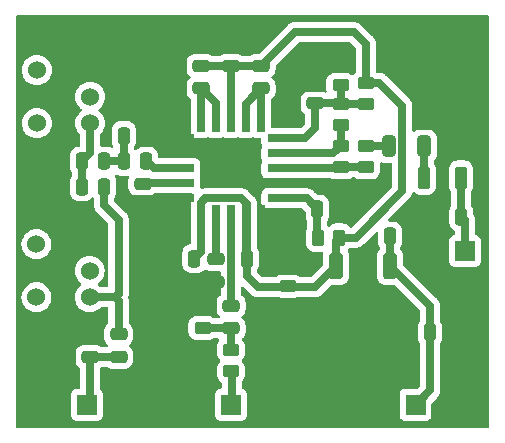
<source format=gbr>
%TF.GenerationSoftware,KiCad,Pcbnew,7.0.7*%
%TF.CreationDate,2023-08-27T14:53:53-04:00*%
%TF.ProjectId,AD831_Mixer,41443833-315f-44d6-9978-65722e6b6963,rev?*%
%TF.SameCoordinates,Original*%
%TF.FileFunction,Copper,L1,Top*%
%TF.FilePolarity,Positive*%
%FSLAX46Y46*%
G04 Gerber Fmt 4.6, Leading zero omitted, Abs format (unit mm)*
G04 Created by KiCad (PCBNEW 7.0.7) date 2023-08-27 14:53:53*
%MOMM*%
%LPD*%
G01*
G04 APERTURE LIST*
G04 Aperture macros list*
%AMRoundRect*
0 Rectangle with rounded corners*
0 $1 Rounding radius*
0 $2 $3 $4 $5 $6 $7 $8 $9 X,Y pos of 4 corners*
0 Add a 4 corners polygon primitive as box body*
4,1,4,$2,$3,$4,$5,$6,$7,$8,$9,$2,$3,0*
0 Add four circle primitives for the rounded corners*
1,1,$1+$1,$2,$3*
1,1,$1+$1,$4,$5*
1,1,$1+$1,$6,$7*
1,1,$1+$1,$8,$9*
0 Add four rect primitives between the rounded corners*
20,1,$1+$1,$2,$3,$4,$5,0*
20,1,$1+$1,$4,$5,$6,$7,0*
20,1,$1+$1,$6,$7,$8,$9,0*
20,1,$1+$1,$8,$9,$2,$3,0*%
G04 Aperture macros list end*
%TA.AperFunction,SMDPad,CuDef*%
%ADD10RoundRect,0.250000X-0.475000X0.250000X-0.475000X-0.250000X0.475000X-0.250000X0.475000X0.250000X0*%
%TD*%
%TA.AperFunction,SMDPad,CuDef*%
%ADD11RoundRect,0.250000X-0.450000X0.262500X-0.450000X-0.262500X0.450000X-0.262500X0.450000X0.262500X0*%
%TD*%
%TA.AperFunction,SMDPad,CuDef*%
%ADD12RoundRect,0.250000X-0.250000X-0.475000X0.250000X-0.475000X0.250000X0.475000X-0.250000X0.475000X0*%
%TD*%
%TA.AperFunction,SMDPad,CuDef*%
%ADD13RoundRect,0.250000X-0.275000X-0.700000X0.275000X-0.700000X0.275000X0.700000X-0.275000X0.700000X0*%
%TD*%
%TA.AperFunction,SMDPad,CuDef*%
%ADD14RoundRect,0.250000X-0.350000X0.850000X-0.350000X-0.850000X0.350000X-0.850000X0.350000X0.850000X0*%
%TD*%
%TA.AperFunction,SMDPad,CuDef*%
%ADD15RoundRect,0.250000X-1.125000X1.275000X-1.125000X-1.275000X1.125000X-1.275000X1.125000X1.275000X0*%
%TD*%
%TA.AperFunction,SMDPad,CuDef*%
%ADD16RoundRect,0.249997X-2.650003X2.950003X-2.650003X-2.950003X2.650003X-2.950003X2.650003X2.950003X0*%
%TD*%
%TA.AperFunction,ComponentPad*%
%ADD17R,1.700000X1.700000*%
%TD*%
%TA.AperFunction,ComponentPad*%
%ADD18O,1.700000X1.700000*%
%TD*%
%TA.AperFunction,ComponentPad*%
%ADD19C,1.524000*%
%TD*%
%TA.AperFunction,SMDPad,CuDef*%
%ADD20RoundRect,0.250000X0.475000X-0.250000X0.475000X0.250000X-0.475000X0.250000X-0.475000X-0.250000X0*%
%TD*%
%TA.AperFunction,SMDPad,CuDef*%
%ADD21R,0.700000X1.925000*%
%TD*%
%TA.AperFunction,SMDPad,CuDef*%
%ADD22R,1.925000X0.700000*%
%TD*%
%TA.AperFunction,SMDPad,CuDef*%
%ADD23RoundRect,0.250000X0.450000X-0.262500X0.450000X0.262500X-0.450000X0.262500X-0.450000X-0.262500X0*%
%TD*%
%TA.AperFunction,SMDPad,CuDef*%
%ADD24RoundRect,0.250000X0.250000X0.475000X-0.250000X0.475000X-0.250000X-0.475000X0.250000X-0.475000X0*%
%TD*%
%TA.AperFunction,SMDPad,CuDef*%
%ADD25RoundRect,0.250000X0.325000X0.650000X-0.325000X0.650000X-0.325000X-0.650000X0.325000X-0.650000X0*%
%TD*%
%TA.AperFunction,SMDPad,CuDef*%
%ADD26RoundRect,0.250000X-0.262500X-0.450000X0.262500X-0.450000X0.262500X0.450000X-0.262500X0.450000X0*%
%TD*%
%TA.AperFunction,ViaPad*%
%ADD27C,0.800000*%
%TD*%
%TA.AperFunction,Conductor*%
%ADD28C,0.700000*%
%TD*%
G04 APERTURE END LIST*
D10*
%TO.P,C10,1*%
%TO.N,+9V*%
X160020000Y-105984000D03*
%TO.P,C10,2*%
%TO.N,Earth*%
X160020000Y-107884000D03*
%TD*%
D11*
%TO.P,R6,1*%
%TO.N,+9V*%
X166624000Y-88749500D03*
%TO.P,R6,2*%
%TO.N,Net-(U1-COM)*%
X166624000Y-90574500D03*
%TD*%
D10*
%TO.P,C4,1*%
%TO.N,Net-(U1-RFN)*%
X147701000Y-97287000D03*
%TO.P,C4,2*%
%TO.N,Earth*%
X147701000Y-99187000D03*
%TD*%
%TO.P,C7,1*%
%TO.N,+9V*%
X152654000Y-87315000D03*
%TO.P,C7,2*%
%TO.N,Net-(U1-AN)*%
X152654000Y-89215000D03*
%TD*%
%TO.P,C6,1*%
%TO.N,+9V*%
X157734000Y-87315000D03*
%TO.P,C6,2*%
%TO.N,Net-(U1-AP)*%
X157734000Y-89215000D03*
%TD*%
D11*
%TO.P,R5,1*%
%TO.N,Net-(U1-VFB)*%
X164465000Y-94083500D03*
%TO.P,R5,2*%
%TO.N,Net-(U1-OUT)*%
X164465000Y-95908500D03*
%TD*%
D12*
%TO.P,C2,1*%
%TO.N,Earth*%
X150180000Y-103632000D03*
%TO.P,C2,2*%
%TO.N,+9V*%
X152080000Y-103632000D03*
%TD*%
D13*
%TO.P,L1,1,1*%
%TO.N,Net-(C13-Pad1)*%
X171526000Y-96774000D03*
%TO.P,L1,2,2*%
%TO.N,Net-(J3-Pin_1)*%
X174676000Y-96774000D03*
%TD*%
D14*
%TO.P,U2,1,VI*%
%TO.N,Net-(J2-Pin_1)*%
X168650000Y-104258000D03*
D15*
%TO.P,U2,2,GND*%
%TO.N,Earth*%
X167895000Y-108883000D03*
X164845000Y-108883000D03*
D16*
X166370000Y-110558000D03*
D15*
X167895000Y-112233000D03*
X164845000Y-112233000D03*
D14*
%TO.P,U2,3,VO*%
%TO.N,+9V*%
X164090000Y-104258000D03*
%TD*%
D17*
%TO.P,J3,1,Pin_1*%
%TO.N,Net-(J3-Pin_1)*%
X175006000Y-103000000D03*
D18*
%TO.P,J3,2,Pin_2*%
%TO.N,Earth*%
X175006000Y-105540000D03*
%TD*%
D17*
%TO.P,J4,1,In*%
%TO.N,Net-(J4-In)*%
X143000000Y-116000000D03*
D18*
%TO.P,J4,2,Ext*%
%TO.N,Earth*%
X145540000Y-116000000D03*
%TD*%
D10*
%TO.P,C18,1*%
%TO.N,Net-(C18-Pad1)*%
X145669000Y-110048000D03*
%TO.P,C18,2*%
%TO.N,Net-(J4-In)*%
X145669000Y-111948000D03*
%TD*%
D19*
%TO.P,L2,1,1*%
%TO.N,Net-(C15-Pad1)*%
X143256000Y-92166000D03*
%TO.P,L2,2,2*%
%TO.N,unconnected-(L2-Pad2)*%
X143256000Y-89916000D03*
%TO.P,L2,3,3*%
%TO.N,Earth*%
X143256000Y-87666000D03*
%TO.P,L2,4,4*%
%TO.N,unconnected-(L2-Pad4)*%
X138756000Y-87666000D03*
%TO.P,L2,5,5*%
%TO.N,unconnected-(L2-Pad5)*%
X138756000Y-92166000D03*
%TO.P,L2,MP,MP*%
%TO.N,Earth*%
X141006000Y-86296000D03*
X141006000Y-93536000D03*
%TD*%
D20*
%TO.P,C8,1*%
%TO.N,Net-(C8-Pad1)*%
X155194000Y-109535000D03*
%TO.P,C8,2*%
%TO.N,Net-(U1-LOP)*%
X155194000Y-107635000D03*
%TD*%
D17*
%TO.P,J2,1,Pin_1*%
%TO.N,Net-(J2-Pin_1)*%
X170815000Y-116000000D03*
D18*
%TO.P,J2,2,Pin_2*%
%TO.N,Earth*%
X168275000Y-116000000D03*
%TD*%
D21*
%TO.P,U1,1,VP*%
%TO.N,+9V*%
X155179000Y-91941500D03*
%TO.P,U1,2,IFN*%
%TO.N,Net-(U1-AN)*%
X153909000Y-91941500D03*
%TO.P,U1,3,AN*%
X152639000Y-91941500D03*
D22*
%TO.P,U1,4,GND*%
%TO.N,Earth*%
X151126500Y-93454000D03*
%TO.P,U1,5,VN*%
X151126500Y-94724000D03*
%TO.P,U1,6,RFP*%
%TO.N,Net-(U1-RFP)*%
X151126500Y-95994000D03*
%TO.P,U1,7,RFN*%
%TO.N,Net-(U1-RFN)*%
X151126500Y-97264000D03*
%TO.P,U1,8,VN*%
%TO.N,Earth*%
X151126500Y-98534000D03*
D21*
%TO.P,U1,9,VP*%
%TO.N,+9V*%
X152639000Y-100046500D03*
%TO.P,U1,10,LON*%
%TO.N,Net-(U1-LON)*%
X153909000Y-100046500D03*
%TO.P,U1,11,LOP*%
%TO.N,Net-(U1-LOP)*%
X155179000Y-100046500D03*
%TO.P,U1,12,VP*%
%TO.N,+9V*%
X156449000Y-100046500D03*
%TO.P,U1,13,GND*%
%TO.N,Earth*%
X157719000Y-100046500D03*
D22*
%TO.P,U1,14,BIAS*%
%TO.N,Net-(U1-BIAS)*%
X159231500Y-98534000D03*
%TO.P,U1,15,VN*%
%TO.N,Earth*%
X159231500Y-97264000D03*
%TO.P,U1,16,OUT*%
%TO.N,Net-(U1-OUT)*%
X159231500Y-95994000D03*
%TO.P,U1,17,VFB*%
%TO.N,Net-(U1-VFB)*%
X159231500Y-94724000D03*
%TO.P,U1,18,COM*%
%TO.N,Net-(U1-COM)*%
X159231500Y-93454000D03*
D21*
%TO.P,U1,19,AP*%
%TO.N,Net-(U1-AP)*%
X157719000Y-91941500D03*
%TO.P,U1,20,IFP*%
X156449000Y-91941500D03*
%TD*%
D10*
%TO.P,C9,1*%
%TO.N,Net-(U1-LON)*%
X153924000Y-103698000D03*
%TO.P,C9,2*%
%TO.N,Earth*%
X153924000Y-105598000D03*
%TD*%
D12*
%TO.P,C15,1*%
%TO.N,Net-(C15-Pad1)*%
X142560000Y-95377000D03*
%TO.P,C15,2*%
%TO.N,Net-(C15-Pad2)*%
X144460000Y-95377000D03*
%TD*%
D23*
%TO.P,R1,1*%
%TO.N,Net-(J1-In)*%
X155194000Y-113180500D03*
%TO.P,R1,2*%
%TO.N,Net-(C8-Pad1)*%
X155194000Y-111355500D03*
%TD*%
D12*
%TO.P,C11,1*%
%TO.N,Net-(J2-Pin_1)*%
X172049400Y-109855000D03*
%TO.P,C11,2*%
%TO.N,Earth*%
X173949400Y-109855000D03*
%TD*%
D24*
%TO.P,C1,1*%
%TO.N,Earth*%
X158430000Y-103632000D03*
%TO.P,C1,2*%
%TO.N,+9V*%
X156530000Y-103632000D03*
%TD*%
D12*
%TO.P,C21,1*%
%TO.N,Net-(J2-Pin_1)*%
X168645800Y-101727000D03*
%TO.P,C21,2*%
%TO.N,Earth*%
X170545800Y-101727000D03*
%TD*%
D11*
%TO.P,R2,1*%
%TO.N,Earth*%
X152781000Y-107672500D03*
%TO.P,R2,2*%
%TO.N,Net-(C8-Pad1)*%
X152781000Y-109497500D03*
%TD*%
D20*
%TO.P,C12,1*%
%TO.N,Net-(U1-COM)*%
X162306000Y-90485000D03*
%TO.P,C12,2*%
%TO.N,Earth*%
X162306000Y-88585000D03*
%TD*%
D11*
%TO.P,R4,1*%
%TO.N,Net-(U1-COM)*%
X164465000Y-90527500D03*
%TO.P,R4,2*%
%TO.N,Net-(U1-VFB)*%
X164465000Y-92352500D03*
%TD*%
D17*
%TO.P,J1,1,In*%
%TO.N,Net-(J1-In)*%
X155194000Y-116000000D03*
D18*
%TO.P,J1,2,Ext*%
%TO.N,Earth*%
X152654000Y-116000000D03*
%TD*%
D20*
%TO.P,C19,1*%
%TO.N,Net-(J4-In)*%
X143256000Y-111948000D03*
%TO.P,C19,2*%
%TO.N,Earth*%
X143256000Y-110048000D03*
%TD*%
D24*
%TO.P,C5,1*%
%TO.N,Net-(U1-RFP)*%
X148016000Y-95377000D03*
%TO.P,C5,2*%
%TO.N,Net-(C15-Pad2)*%
X146116000Y-95377000D03*
%TD*%
D11*
%TO.P,R3,1*%
%TO.N,Earth*%
X164465000Y-87098500D03*
%TO.P,R3,2*%
%TO.N,Net-(U1-COM)*%
X164465000Y-88923500D03*
%TD*%
D19*
%TO.P,L3,1,1*%
%TO.N,Net-(C18-Pad1)*%
X143220000Y-106898000D03*
%TO.P,L3,2,2*%
%TO.N,unconnected-(L3-Pad2)*%
X143220000Y-104648000D03*
%TO.P,L3,3,3*%
%TO.N,Earth*%
X143220000Y-102398000D03*
%TO.P,L3,4,4*%
%TO.N,unconnected-(L3-Pad4)*%
X138720000Y-102398000D03*
%TO.P,L3,5,5*%
%TO.N,unconnected-(L3-Pad5)*%
X138720000Y-106898000D03*
%TO.P,L3,MP,MP*%
%TO.N,Earth*%
X140970000Y-101028000D03*
X140970000Y-108268000D03*
%TD*%
D25*
%TO.P,C13,1*%
%TO.N,Net-(C13-Pad1)*%
X171528000Y-94107000D03*
%TO.P,C13,2*%
%TO.N,Net-(C13-Pad2)*%
X168578000Y-94107000D03*
%TD*%
D24*
%TO.P,C20,1*%
%TO.N,Net-(C18-Pad1)*%
X144460000Y-97536000D03*
%TO.P,C20,2*%
%TO.N,Net-(C15-Pad1)*%
X142560000Y-97536000D03*
%TD*%
D12*
%TO.P,C17,1*%
%TO.N,Net-(C15-Pad2)*%
X146116000Y-93218000D03*
%TO.P,C17,2*%
%TO.N,Earth*%
X148016000Y-93218000D03*
%TD*%
%TO.P,C16,1*%
%TO.N,Net-(U1-BIAS)*%
X162499000Y-99441000D03*
%TO.P,C16,2*%
%TO.N,Earth*%
X164399000Y-99441000D03*
%TD*%
D10*
%TO.P,C3,1*%
%TO.N,Earth*%
X155194000Y-85410000D03*
%TO.P,C3,2*%
%TO.N,+9V*%
X155194000Y-87310000D03*
%TD*%
D11*
%TO.P,R7,1*%
%TO.N,Net-(C13-Pad2)*%
X166624000Y-94083500D03*
%TO.P,R7,2*%
%TO.N,Net-(U1-OUT)*%
X166624000Y-95908500D03*
%TD*%
D24*
%TO.P,C14,1*%
%TO.N,Net-(J3-Pin_1)*%
X174686000Y-100076000D03*
%TO.P,C14,2*%
%TO.N,Earth*%
X172786000Y-100076000D03*
%TD*%
D26*
%TO.P,R8,1*%
%TO.N,Net-(U1-BIAS)*%
X162536500Y-101854000D03*
%TO.P,R8,2*%
%TO.N,+9V*%
X164361500Y-101854000D03*
%TD*%
D27*
%TO.N,Earth*%
X147701000Y-108077000D03*
X169000000Y-85000000D03*
X160020000Y-115951000D03*
X150114000Y-89916000D03*
X152654000Y-112395000D03*
X147701000Y-103632000D03*
X175000000Y-116000000D03*
X146177000Y-87630000D03*
X140970000Y-96520000D03*
X139000000Y-116000000D03*
X160528000Y-103632000D03*
X164465000Y-97790000D03*
X166141400Y-115976400D03*
X145669000Y-114427000D03*
X150114000Y-86360000D03*
X160020000Y-109601000D03*
X175000000Y-85000000D03*
X162306000Y-87249000D03*
X138811000Y-110236000D03*
X139000000Y-85000000D03*
X149000000Y-116000000D03*
X170510200Y-103708200D03*
X171500800Y-100025200D03*
X164465000Y-85852000D03*
X155194000Y-83693000D03*
%TD*%
D28*
%TO.N,Net-(J2-Pin_1)*%
X170815000Y-116000000D02*
X172049400Y-114765600D01*
X172049400Y-114765600D02*
X172049400Y-107657400D01*
X172049400Y-107657400D02*
X168650000Y-104258000D01*
X168650000Y-104258000D02*
X168650000Y-101731200D01*
X168650000Y-101731200D02*
X168645800Y-101727000D01*
%TO.N,+9V*%
X164361500Y-101854000D02*
X165760400Y-101854000D01*
X165760400Y-101854000D02*
X169703000Y-97911400D01*
X169703000Y-97911400D02*
X169703000Y-90709000D01*
X169703000Y-90709000D02*
X167743500Y-88749500D01*
X167743500Y-88749500D02*
X166624000Y-88749500D01*
X156530000Y-103632000D02*
X156530000Y-98985000D01*
X162303000Y-106045000D02*
X164090000Y-104258000D01*
X155179000Y-91941500D02*
X155179000Y-87325000D01*
X155179000Y-87325000D02*
X155194000Y-87310000D01*
X157480000Y-106045000D02*
X162303000Y-106045000D01*
X155199000Y-87315000D02*
X155194000Y-87310000D01*
X165608000Y-84455000D02*
X166624000Y-85471000D01*
X156079000Y-98534000D02*
X153009000Y-98534000D01*
X152639000Y-103073000D02*
X152080000Y-103632000D01*
X156449000Y-100046500D02*
X156449000Y-103678000D01*
X152654000Y-87315000D02*
X155189000Y-87315000D01*
X157734000Y-87315000D02*
X155199000Y-87315000D01*
X152639000Y-100046500D02*
X152639000Y-103073000D01*
X166624000Y-85471000D02*
X166624000Y-88749500D01*
X157734000Y-87315000D02*
X160594000Y-84455000D01*
X155189000Y-87315000D02*
X155194000Y-87310000D01*
X164090000Y-104258000D02*
X164090000Y-102125500D01*
X152639000Y-98904000D02*
X152639000Y-100046500D01*
X156449000Y-103678000D02*
X156530000Y-103759000D01*
X156530000Y-103632000D02*
X156530000Y-105095000D01*
X164090000Y-102125500D02*
X164361500Y-101854000D01*
X160594000Y-84455000D02*
X165608000Y-84455000D01*
X156530000Y-98985000D02*
X156079000Y-98534000D01*
X153009000Y-98534000D02*
X152639000Y-98904000D01*
X156530000Y-105095000D02*
X157480000Y-106045000D01*
%TO.N,Net-(U1-RFN)*%
X147724000Y-97264000D02*
X147701000Y-97287000D01*
X151126500Y-97264000D02*
X147724000Y-97264000D01*
%TO.N,Net-(U1-RFP)*%
X151126500Y-95994000D02*
X148633000Y-95994000D01*
X148633000Y-95994000D02*
X148016000Y-95377000D01*
X148016000Y-95377000D02*
X147889000Y-95377000D01*
%TO.N,Net-(C15-Pad2)*%
X146116000Y-93218000D02*
X146116000Y-95377000D01*
X144460000Y-95377000D02*
X146116000Y-95377000D01*
%TO.N,Net-(U1-AP)*%
X156449000Y-90500000D02*
X157734000Y-89215000D01*
X156449000Y-91941500D02*
X156449000Y-90500000D01*
X157719000Y-91941500D02*
X157719000Y-89230000D01*
X157719000Y-89230000D02*
X157734000Y-89215000D01*
%TO.N,Net-(U1-AN)*%
X152639000Y-89230000D02*
X152654000Y-89215000D01*
X153909000Y-91941500D02*
X153909000Y-90470000D01*
X153909000Y-90470000D02*
X152654000Y-89215000D01*
X152639000Y-91941500D02*
X152639000Y-89230000D01*
%TO.N,Net-(C8-Pad1)*%
X152818500Y-109535000D02*
X152781000Y-109497500D01*
X155194000Y-109535000D02*
X152818500Y-109535000D01*
X155194000Y-111355500D02*
X155194000Y-109535000D01*
%TO.N,Net-(U1-LOP)*%
X155199000Y-107630000D02*
X155194000Y-107635000D01*
X155179000Y-100046500D02*
X155199000Y-100066500D01*
X155199000Y-100066500D02*
X155199000Y-107630000D01*
%TO.N,Net-(U1-LON)*%
X153909000Y-100046500D02*
X153909000Y-103683000D01*
X153909000Y-103683000D02*
X153924000Y-103698000D01*
%TO.N,Net-(U1-COM)*%
X164465000Y-90527500D02*
X166577000Y-90527500D01*
X161435000Y-93454000D02*
X162306000Y-92583000D01*
X162306000Y-90485000D02*
X164422500Y-90485000D01*
X166577000Y-90527500D02*
X166624000Y-90574500D01*
X164422500Y-90485000D02*
X164465000Y-90527500D01*
X164465000Y-88923500D02*
X164465000Y-90527500D01*
X162306000Y-92583000D02*
X162306000Y-90485000D01*
X159231500Y-93454000D02*
X161435000Y-93454000D01*
%TO.N,Net-(C13-Pad1)*%
X171528000Y-96772000D02*
X171528000Y-94107000D01*
X171526000Y-96774000D02*
X171528000Y-96772000D01*
%TO.N,Net-(C13-Pad2)*%
X166624000Y-94083500D02*
X168554500Y-94083500D01*
X168554500Y-94083500D02*
X168578000Y-94107000D01*
%TO.N,Net-(J3-Pin_1)*%
X175006000Y-103000000D02*
X175006000Y-100396000D01*
X174676000Y-96774000D02*
X174676000Y-100066000D01*
X175006000Y-100396000D02*
X174686000Y-100076000D01*
X174676000Y-100066000D02*
X174686000Y-100076000D01*
%TO.N,Net-(C15-Pad1)*%
X143256000Y-94681000D02*
X142560000Y-95377000D01*
X143256000Y-92166000D02*
X143256000Y-94681000D01*
X142560000Y-95377000D02*
X142560000Y-97536000D01*
%TO.N,Net-(J1-In)*%
X155255000Y-115824000D02*
X155255000Y-113241500D01*
X155255000Y-113241500D02*
X155194000Y-113180500D01*
%TO.N,Net-(J4-In)*%
X145415000Y-111948000D02*
X143256000Y-111948000D01*
X143256000Y-111948000D02*
X143256000Y-115443000D01*
X143256000Y-115443000D02*
X143129000Y-115570000D01*
%TO.N,Net-(U1-VFB)*%
X164465000Y-94083500D02*
X164465000Y-92352500D01*
X163824500Y-94724000D02*
X164465000Y-94083500D01*
X159231500Y-94724000D02*
X163824500Y-94724000D01*
%TO.N,Net-(U1-OUT)*%
X164379500Y-95994000D02*
X164465000Y-95908500D01*
X166624000Y-95908500D02*
X164465000Y-95908500D01*
X159231500Y-95994000D02*
X164379500Y-95994000D01*
%TO.N,Net-(U1-BIAS)*%
X159231500Y-98534000D02*
X161592000Y-98534000D01*
X162499000Y-99441000D02*
X162499000Y-101816500D01*
X162499000Y-101816500D02*
X162536500Y-101854000D01*
X161592000Y-98534000D02*
X162499000Y-99441000D01*
%TO.N,Net-(C18-Pad1)*%
X144460000Y-97536000D02*
X144460000Y-99121000D01*
X145669000Y-107188000D02*
X145379000Y-106898000D01*
X145669000Y-106608000D02*
X145379000Y-106898000D01*
X144460000Y-99121000D02*
X145669000Y-100330000D01*
X145669000Y-109794000D02*
X145669000Y-107188000D01*
X145379000Y-106898000D02*
X143220000Y-106898000D01*
X145415000Y-110048000D02*
X145669000Y-109794000D01*
X145669000Y-100330000D02*
X145669000Y-106608000D01*
%TD*%
%TA.AperFunction,Conductor*%
%TO.N,Earth*%
G36*
X165271388Y-85325185D02*
G01*
X165292030Y-85341819D01*
X165737181Y-85786969D01*
X165770666Y-85848292D01*
X165773500Y-85874650D01*
X165773500Y-87783042D01*
X165753815Y-87850081D01*
X165714598Y-87888580D01*
X165705344Y-87894287D01*
X165581288Y-88018343D01*
X165581285Y-88018347D01*
X165568939Y-88038363D01*
X165516990Y-88085087D01*
X165448027Y-88096307D01*
X165389882Y-88071950D01*
X165389803Y-88072080D01*
X165388980Y-88071572D01*
X165386489Y-88070529D01*
X165383657Y-88068289D01*
X165383656Y-88068288D01*
X165234334Y-87976186D01*
X165067797Y-87921001D01*
X165067795Y-87921000D01*
X164965010Y-87910500D01*
X163964998Y-87910500D01*
X163964980Y-87910501D01*
X163862203Y-87921000D01*
X163862200Y-87921001D01*
X163695668Y-87976185D01*
X163695663Y-87976187D01*
X163546342Y-88068289D01*
X163422289Y-88192342D01*
X163330187Y-88341663D01*
X163330185Y-88341668D01*
X163320039Y-88372288D01*
X163275001Y-88508203D01*
X163275001Y-88508204D01*
X163275000Y-88508204D01*
X163264500Y-88610983D01*
X163264500Y-89236001D01*
X163264501Y-89236019D01*
X163275000Y-89338796D01*
X163275001Y-89338799D01*
X163300752Y-89416508D01*
X163303154Y-89486336D01*
X163267422Y-89546378D01*
X163204902Y-89577571D01*
X163135443Y-89570011D01*
X163117951Y-89561052D01*
X163114008Y-89558620D01*
X163100334Y-89550186D01*
X162933797Y-89495001D01*
X162933795Y-89495000D01*
X162831010Y-89484500D01*
X161780998Y-89484500D01*
X161780980Y-89484501D01*
X161678203Y-89495000D01*
X161678200Y-89495001D01*
X161511668Y-89550185D01*
X161511663Y-89550187D01*
X161362342Y-89642289D01*
X161238289Y-89766342D01*
X161146187Y-89915663D01*
X161146185Y-89915668D01*
X161140224Y-89933657D01*
X161091001Y-90082203D01*
X161091001Y-90082204D01*
X161091000Y-90082204D01*
X161080500Y-90184983D01*
X161080500Y-90785001D01*
X161080501Y-90785019D01*
X161091000Y-90887796D01*
X161091001Y-90887799D01*
X161146185Y-91054331D01*
X161146187Y-91054336D01*
X161154904Y-91068468D01*
X161233056Y-91195174D01*
X161238289Y-91203657D01*
X161362345Y-91327713D01*
X161396594Y-91348837D01*
X161443320Y-91400784D01*
X161455500Y-91454377D01*
X161455500Y-92179349D01*
X161435815Y-92246388D01*
X161419181Y-92267030D01*
X161119030Y-92567181D01*
X161057707Y-92600666D01*
X161031349Y-92603500D01*
X158693499Y-92603500D01*
X158626460Y-92583815D01*
X158580705Y-92531011D01*
X158569499Y-92479500D01*
X158569500Y-92274344D01*
X158569500Y-91945932D01*
X158569500Y-90193629D01*
X158589185Y-90126590D01*
X158628402Y-90088090D01*
X158677656Y-90057712D01*
X158801712Y-89933656D01*
X158893814Y-89784334D01*
X158948999Y-89617797D01*
X158959500Y-89515009D01*
X158959499Y-88914992D01*
X158948999Y-88812203D01*
X158893814Y-88645666D01*
X158801712Y-88496344D01*
X158677656Y-88372288D01*
X158677650Y-88372283D01*
X158674814Y-88370534D01*
X158673278Y-88368826D01*
X158671989Y-88367807D01*
X158672163Y-88367586D01*
X158628092Y-88318584D01*
X158616873Y-88249621D01*
X158644720Y-88185540D01*
X158674825Y-88159458D01*
X158677656Y-88157712D01*
X158801712Y-88033656D01*
X158893814Y-87884334D01*
X158948999Y-87717797D01*
X158959500Y-87615009D01*
X158959499Y-87343649D01*
X158979183Y-87276611D01*
X158995813Y-87255974D01*
X160909969Y-85341819D01*
X160971292Y-85308334D01*
X160997650Y-85305500D01*
X165204349Y-85305500D01*
X165271388Y-85325185D01*
G37*
%TD.AperFunction*%
%TA.AperFunction,Conductor*%
G36*
X176942539Y-83020185D02*
G01*
X176988294Y-83072989D01*
X176999500Y-83124500D01*
X176999500Y-117875500D01*
X176979815Y-117942539D01*
X176927011Y-117988294D01*
X176875500Y-117999500D01*
X137124500Y-117999500D01*
X137057461Y-117979815D01*
X137011706Y-117927011D01*
X137000500Y-117875500D01*
X137000500Y-106898002D01*
X137452677Y-106898002D01*
X137471929Y-107118062D01*
X137471930Y-107118070D01*
X137529104Y-107331445D01*
X137529105Y-107331447D01*
X137529106Y-107331450D01*
X137584821Y-107450932D01*
X137622466Y-107531662D01*
X137622468Y-107531666D01*
X137749170Y-107712615D01*
X137749175Y-107712621D01*
X137905378Y-107868824D01*
X137905384Y-107868829D01*
X138086333Y-107995531D01*
X138086335Y-107995532D01*
X138086338Y-107995534D01*
X138286550Y-108088894D01*
X138499932Y-108146070D01*
X138657123Y-108159822D01*
X138719998Y-108165323D01*
X138720000Y-108165323D01*
X138720002Y-108165323D01*
X138775016Y-108160509D01*
X138940068Y-108146070D01*
X139153450Y-108088894D01*
X139353662Y-107995534D01*
X139534620Y-107868826D01*
X139690826Y-107712620D01*
X139817534Y-107531662D01*
X139910894Y-107331450D01*
X139968070Y-107118068D01*
X139985502Y-106918814D01*
X139987323Y-106898002D01*
X139987323Y-106897997D01*
X139976829Y-106778051D01*
X139968070Y-106677932D01*
X139910894Y-106464550D01*
X139817534Y-106264339D01*
X139690826Y-106083380D01*
X139534620Y-105927174D01*
X139534616Y-105927171D01*
X139534615Y-105927170D01*
X139353666Y-105800468D01*
X139353662Y-105800466D01*
X139337248Y-105792812D01*
X139153450Y-105707106D01*
X139153447Y-105707105D01*
X139153445Y-105707104D01*
X138940070Y-105649930D01*
X138940062Y-105649929D01*
X138720002Y-105630677D01*
X138719998Y-105630677D01*
X138499937Y-105649929D01*
X138499929Y-105649930D01*
X138286554Y-105707104D01*
X138286548Y-105707107D01*
X138086340Y-105800465D01*
X138086338Y-105800466D01*
X137905377Y-105927175D01*
X137749175Y-106083377D01*
X137622466Y-106264338D01*
X137622465Y-106264340D01*
X137529107Y-106464548D01*
X137529104Y-106464554D01*
X137471930Y-106677929D01*
X137471929Y-106677937D01*
X137452677Y-106897997D01*
X137452677Y-106898002D01*
X137000500Y-106898002D01*
X137000500Y-102398002D01*
X137452677Y-102398002D01*
X137471929Y-102618062D01*
X137471930Y-102618070D01*
X137529104Y-102831445D01*
X137529105Y-102831447D01*
X137529106Y-102831450D01*
X137602485Y-102988812D01*
X137622466Y-103031662D01*
X137622468Y-103031666D01*
X137749170Y-103212615D01*
X137749175Y-103212621D01*
X137905378Y-103368824D01*
X137905384Y-103368829D01*
X138086333Y-103495531D01*
X138086335Y-103495532D01*
X138086338Y-103495534D01*
X138286550Y-103588894D01*
X138499932Y-103646070D01*
X138657123Y-103659822D01*
X138719998Y-103665323D01*
X138720000Y-103665323D01*
X138720002Y-103665323D01*
X138775017Y-103660509D01*
X138940068Y-103646070D01*
X139153450Y-103588894D01*
X139353662Y-103495534D01*
X139534620Y-103368826D01*
X139690826Y-103212620D01*
X139817534Y-103031662D01*
X139910894Y-102831450D01*
X139968070Y-102618068D01*
X139985785Y-102415585D01*
X139987323Y-102398002D01*
X139987323Y-102397997D01*
X139978194Y-102293653D01*
X139968070Y-102177932D01*
X139910894Y-101964550D01*
X139817534Y-101764339D01*
X139690826Y-101583380D01*
X139534620Y-101427174D01*
X139534616Y-101427171D01*
X139534615Y-101427170D01*
X139353666Y-101300468D01*
X139353662Y-101300466D01*
X139299869Y-101275382D01*
X139153450Y-101207106D01*
X139153447Y-101207105D01*
X139153445Y-101207104D01*
X138940070Y-101149930D01*
X138940062Y-101149929D01*
X138720002Y-101130677D01*
X138719998Y-101130677D01*
X138499937Y-101149929D01*
X138499929Y-101149930D01*
X138286554Y-101207104D01*
X138286548Y-101207107D01*
X138086340Y-101300465D01*
X138086338Y-101300466D01*
X137905377Y-101427175D01*
X137749175Y-101583377D01*
X137622466Y-101764338D01*
X137622465Y-101764340D01*
X137529107Y-101964548D01*
X137529104Y-101964554D01*
X137471930Y-102177929D01*
X137471929Y-102177937D01*
X137452677Y-102397997D01*
X137452677Y-102398002D01*
X137000500Y-102398002D01*
X137000500Y-98061001D01*
X141559500Y-98061001D01*
X141559501Y-98061019D01*
X141570000Y-98163796D01*
X141570001Y-98163799D01*
X141625185Y-98330331D01*
X141625187Y-98330336D01*
X141638836Y-98352464D01*
X141717288Y-98479656D01*
X141841344Y-98603712D01*
X141990666Y-98695814D01*
X142157203Y-98750999D01*
X142259991Y-98761500D01*
X142860008Y-98761499D01*
X142860016Y-98761498D01*
X142860019Y-98761498D01*
X142916302Y-98755748D01*
X142962797Y-98750999D01*
X143129334Y-98695814D01*
X143278656Y-98603712D01*
X143397822Y-98484545D01*
X143459141Y-98451063D01*
X143528833Y-98456047D01*
X143584767Y-98497918D01*
X143609184Y-98563382D01*
X143609500Y-98572229D01*
X143609500Y-99083911D01*
X143609295Y-99088945D01*
X143604798Y-99144163D01*
X143615729Y-99224392D01*
X143624486Y-99304913D01*
X143624710Y-99305930D01*
X143629525Y-99326473D01*
X143629773Y-99327470D01*
X143650725Y-99384500D01*
X143657700Y-99403486D01*
X143672767Y-99448203D01*
X143683557Y-99480223D01*
X143684001Y-99481185D01*
X143693146Y-99500266D01*
X143693564Y-99501109D01*
X143737184Y-99569353D01*
X143778930Y-99638736D01*
X143779538Y-99639536D01*
X143792578Y-99656216D01*
X143793201Y-99656991D01*
X143850459Y-99714249D01*
X143906152Y-99773042D01*
X143906983Y-99773747D01*
X143924119Y-99787908D01*
X144362818Y-100226607D01*
X144782181Y-100645969D01*
X144815666Y-100707292D01*
X144818500Y-100733650D01*
X144818500Y-105923500D01*
X144798815Y-105990539D01*
X144746011Y-106036294D01*
X144694500Y-106047500D01*
X144206308Y-106047500D01*
X144139269Y-106027815D01*
X144118627Y-106011181D01*
X144034621Y-105927175D01*
X144034614Y-105927170D01*
X143959500Y-105874574D01*
X143915875Y-105819997D01*
X143908682Y-105750499D01*
X143940204Y-105688144D01*
X143959490Y-105671432D01*
X144034620Y-105618826D01*
X144190826Y-105462620D01*
X144317534Y-105281662D01*
X144410894Y-105081450D01*
X144468070Y-104868068D01*
X144487323Y-104648000D01*
X144485994Y-104632814D01*
X144468070Y-104427937D01*
X144468070Y-104427932D01*
X144410894Y-104214550D01*
X144317534Y-104014339D01*
X144235984Y-103897873D01*
X144190827Y-103833381D01*
X144190823Y-103833377D01*
X144034620Y-103677174D01*
X144034616Y-103677171D01*
X144034615Y-103677170D01*
X143853666Y-103550468D01*
X143853662Y-103550466D01*
X143735857Y-103495533D01*
X143653450Y-103457106D01*
X143653447Y-103457105D01*
X143653445Y-103457104D01*
X143440070Y-103399930D01*
X143440062Y-103399929D01*
X143220002Y-103380677D01*
X143219998Y-103380677D01*
X142999937Y-103399929D01*
X142999929Y-103399930D01*
X142786554Y-103457104D01*
X142786548Y-103457107D01*
X142586340Y-103550465D01*
X142586338Y-103550466D01*
X142405377Y-103677175D01*
X142249175Y-103833377D01*
X142122466Y-104014338D01*
X142122465Y-104014340D01*
X142029107Y-104214548D01*
X142029104Y-104214554D01*
X141971930Y-104427929D01*
X141971929Y-104427937D01*
X141952677Y-104647997D01*
X141952677Y-104648002D01*
X141971929Y-104868062D01*
X141971930Y-104868070D01*
X142029104Y-105081445D01*
X142029105Y-105081447D01*
X142029106Y-105081450D01*
X142122466Y-105281661D01*
X142122466Y-105281662D01*
X142122468Y-105281666D01*
X142249170Y-105462615D01*
X142249174Y-105462620D01*
X142405380Y-105618826D01*
X142469334Y-105663607D01*
X142480499Y-105671425D01*
X142524124Y-105726002D01*
X142531316Y-105795501D01*
X142499794Y-105857855D01*
X142480499Y-105874575D01*
X142405375Y-105927177D01*
X142249175Y-106083377D01*
X142122466Y-106264338D01*
X142122465Y-106264340D01*
X142029107Y-106464548D01*
X142029104Y-106464554D01*
X141971930Y-106677929D01*
X141971929Y-106677937D01*
X141952677Y-106897997D01*
X141952677Y-106898002D01*
X141971929Y-107118062D01*
X141971930Y-107118070D01*
X142029104Y-107331445D01*
X142029105Y-107331447D01*
X142029106Y-107331450D01*
X142084821Y-107450932D01*
X142122466Y-107531662D01*
X142122468Y-107531666D01*
X142249170Y-107712615D01*
X142249175Y-107712621D01*
X142405378Y-107868824D01*
X142405384Y-107868829D01*
X142586333Y-107995531D01*
X142586335Y-107995532D01*
X142586338Y-107995534D01*
X142786550Y-108088894D01*
X142999932Y-108146070D01*
X143157123Y-108159822D01*
X143219998Y-108165323D01*
X143220000Y-108165323D01*
X143220002Y-108165323D01*
X143275017Y-108160509D01*
X143440068Y-108146070D01*
X143653450Y-108088894D01*
X143853662Y-107995534D01*
X144034620Y-107868826D01*
X144118627Y-107784818D01*
X144179950Y-107751334D01*
X144206308Y-107748500D01*
X144694500Y-107748500D01*
X144761539Y-107768185D01*
X144807294Y-107820989D01*
X144818500Y-107872500D01*
X144818500Y-109078621D01*
X144798815Y-109145660D01*
X144759599Y-109184158D01*
X144725346Y-109205285D01*
X144601289Y-109329342D01*
X144509187Y-109478663D01*
X144509185Y-109478666D01*
X144509186Y-109478666D01*
X144454001Y-109645203D01*
X144454001Y-109645204D01*
X144454000Y-109645204D01*
X144443500Y-109747983D01*
X144443500Y-110348001D01*
X144443501Y-110348019D01*
X144454000Y-110450796D01*
X144454001Y-110450799D01*
X144509185Y-110617331D01*
X144509187Y-110617336D01*
X144601289Y-110766657D01*
X144720451Y-110885819D01*
X144753936Y-110947142D01*
X144748952Y-111016834D01*
X144707080Y-111072767D01*
X144641616Y-111097184D01*
X144632770Y-111097500D01*
X144222196Y-111097500D01*
X144157100Y-111079039D01*
X144050340Y-111013189D01*
X144050335Y-111013187D01*
X144050334Y-111013186D01*
X143883797Y-110958001D01*
X143883795Y-110958000D01*
X143781010Y-110947500D01*
X142730998Y-110947500D01*
X142730980Y-110947501D01*
X142628203Y-110958000D01*
X142628200Y-110958001D01*
X142461668Y-111013185D01*
X142461663Y-111013187D01*
X142312342Y-111105289D01*
X142188289Y-111229342D01*
X142096187Y-111378663D01*
X142096185Y-111378666D01*
X142096186Y-111378666D01*
X142041001Y-111545203D01*
X142041001Y-111545204D01*
X142041000Y-111545204D01*
X142030500Y-111647983D01*
X142030500Y-112248001D01*
X142030501Y-112248019D01*
X142041000Y-112350796D01*
X142041001Y-112350799D01*
X142096185Y-112517331D01*
X142096187Y-112517336D01*
X142188289Y-112666657D01*
X142312345Y-112790713D01*
X142346594Y-112811837D01*
X142393320Y-112863784D01*
X142405500Y-112917377D01*
X142405500Y-114525500D01*
X142385815Y-114592539D01*
X142333011Y-114638294D01*
X142281501Y-114649500D01*
X142102130Y-114649500D01*
X142102123Y-114649501D01*
X142042516Y-114655908D01*
X141907671Y-114706202D01*
X141907664Y-114706206D01*
X141792455Y-114792452D01*
X141792452Y-114792455D01*
X141706206Y-114907664D01*
X141706202Y-114907671D01*
X141655908Y-115042517D01*
X141649501Y-115102116D01*
X141649501Y-115102123D01*
X141649500Y-115102135D01*
X141649500Y-116897870D01*
X141649501Y-116897876D01*
X141655908Y-116957483D01*
X141706202Y-117092328D01*
X141706206Y-117092335D01*
X141792452Y-117207544D01*
X141792455Y-117207547D01*
X141907664Y-117293793D01*
X141907671Y-117293797D01*
X142042517Y-117344091D01*
X142042516Y-117344091D01*
X142049444Y-117344835D01*
X142102127Y-117350500D01*
X143897872Y-117350499D01*
X143957483Y-117344091D01*
X144092331Y-117293796D01*
X144207546Y-117207546D01*
X144293796Y-117092331D01*
X144344091Y-116957483D01*
X144350500Y-116897873D01*
X144350499Y-115102128D01*
X144344091Y-115042517D01*
X144343071Y-115039783D01*
X144293797Y-114907671D01*
X144293793Y-114907664D01*
X144207548Y-114792457D01*
X144207546Y-114792454D01*
X144207544Y-114792452D01*
X144207542Y-114792450D01*
X144156188Y-114754006D01*
X144114317Y-114698071D01*
X144106500Y-114654740D01*
X144106500Y-112922500D01*
X144126185Y-112855461D01*
X144178989Y-112809706D01*
X144230500Y-112798500D01*
X144702804Y-112798500D01*
X144767900Y-112816961D01*
X144874659Y-112882810D01*
X144874660Y-112882810D01*
X144874666Y-112882814D01*
X145041203Y-112937999D01*
X145143991Y-112948500D01*
X146194008Y-112948499D01*
X146194016Y-112948498D01*
X146194019Y-112948498D01*
X146250302Y-112942748D01*
X146296797Y-112937999D01*
X146463334Y-112882814D01*
X146612656Y-112790712D01*
X146736712Y-112666656D01*
X146828814Y-112517334D01*
X146883999Y-112350797D01*
X146894500Y-112248009D01*
X146894499Y-111647992D01*
X146883999Y-111545203D01*
X146828814Y-111378666D01*
X146736712Y-111229344D01*
X146612656Y-111105288D01*
X146609819Y-111103538D01*
X146608283Y-111101830D01*
X146606989Y-111100807D01*
X146607163Y-111100585D01*
X146563096Y-111051594D01*
X146551872Y-110982632D01*
X146579713Y-110918549D01*
X146609817Y-110892462D01*
X146612656Y-110890712D01*
X146736712Y-110766656D01*
X146828814Y-110617334D01*
X146883999Y-110450797D01*
X146894500Y-110348009D01*
X146894499Y-109747992D01*
X146883999Y-109645203D01*
X146828814Y-109478666D01*
X146736712Y-109329344D01*
X146612656Y-109205288D01*
X146612653Y-109205285D01*
X146578401Y-109184158D01*
X146531678Y-109132210D01*
X146519500Y-109078621D01*
X146519500Y-107225087D01*
X146519705Y-107220052D01*
X146524201Y-107164836D01*
X146520771Y-107139664D01*
X146513270Y-107084607D01*
X146504514Y-107004090D01*
X146504513Y-107004088D01*
X146504513Y-107004084D01*
X146504280Y-107003026D01*
X146499497Y-106982621D01*
X146499226Y-106981527D01*
X146485720Y-106944766D01*
X146481012Y-106875350D01*
X146497141Y-106802073D01*
X146516684Y-106723495D01*
X146516683Y-106723495D01*
X146516685Y-106723491D01*
X146516830Y-106722426D01*
X146519371Y-106701677D01*
X146519500Y-106700496D01*
X146519500Y-106619531D01*
X146521693Y-106538564D01*
X146521608Y-106537520D01*
X146519500Y-106515352D01*
X146519500Y-100367087D01*
X146519705Y-100362052D01*
X146524201Y-100306836D01*
X146522262Y-100292607D01*
X146513270Y-100226607D01*
X146504514Y-100146090D01*
X146504513Y-100146088D01*
X146504513Y-100146084D01*
X146504280Y-100145026D01*
X146499497Y-100124621D01*
X146499227Y-100123532D01*
X146471299Y-100047513D01*
X146464323Y-100026810D01*
X146445444Y-99970779D01*
X146445441Y-99970775D01*
X146445441Y-99970773D01*
X146445006Y-99969831D01*
X146435895Y-99950818D01*
X146435432Y-99949884D01*
X146434009Y-99947658D01*
X146391822Y-99881658D01*
X146350070Y-99812264D01*
X146350068Y-99812262D01*
X146350067Y-99812260D01*
X146349455Y-99811455D01*
X146336503Y-99794889D01*
X146335803Y-99794018D01*
X146335799Y-99794011D01*
X146278556Y-99736768D01*
X146238661Y-99694651D01*
X146222848Y-99677957D01*
X146222108Y-99677328D01*
X146204875Y-99663087D01*
X145346819Y-98805030D01*
X145313334Y-98743707D01*
X145310500Y-98717349D01*
X145310500Y-98502195D01*
X145328960Y-98437099D01*
X145394814Y-98330334D01*
X145449999Y-98163797D01*
X145460500Y-98061009D01*
X145460499Y-97010992D01*
X145458046Y-96986983D01*
X145449999Y-96908203D01*
X145449998Y-96908200D01*
X145394814Y-96741666D01*
X145372282Y-96705136D01*
X145353843Y-96637745D01*
X145374766Y-96571082D01*
X145428408Y-96526312D01*
X145497739Y-96517651D01*
X145542920Y-96534503D01*
X145546666Y-96536814D01*
X145713203Y-96591999D01*
X145815991Y-96602500D01*
X146407628Y-96602499D01*
X146474667Y-96622183D01*
X146520422Y-96674987D01*
X146530366Y-96744146D01*
X146525334Y-96765502D01*
X146486001Y-96884200D01*
X146486000Y-96884204D01*
X146475500Y-96986983D01*
X146475500Y-97587001D01*
X146475501Y-97587019D01*
X146486000Y-97689796D01*
X146486001Y-97689799D01*
X146531284Y-97826452D01*
X146541186Y-97856334D01*
X146633288Y-98005656D01*
X146757344Y-98129712D01*
X146906666Y-98221814D01*
X147073203Y-98276999D01*
X147175991Y-98287500D01*
X148226008Y-98287499D01*
X148226016Y-98287498D01*
X148226019Y-98287498D01*
X148309727Y-98278947D01*
X148328797Y-98276999D01*
X148495334Y-98221814D01*
X148634256Y-98136127D01*
X148639389Y-98132961D01*
X148704485Y-98114500D01*
X151176353Y-98114500D01*
X151176369Y-98114499D01*
X151920799Y-98114499D01*
X151987838Y-98134184D01*
X152033593Y-98186988D01*
X152043537Y-98256146D01*
X152019513Y-98313543D01*
X152017903Y-98315659D01*
X152017900Y-98315663D01*
X151975717Y-98371153D01*
X151968909Y-98380108D01*
X151918155Y-98443249D01*
X151917649Y-98444041D01*
X151906469Y-98462066D01*
X151905944Y-98462938D01*
X151871939Y-98536439D01*
X151835963Y-98608980D01*
X151835582Y-98610017D01*
X151828580Y-98629906D01*
X151828267Y-98630833D01*
X151810858Y-98709926D01*
X151791314Y-98788513D01*
X151791191Y-98789416D01*
X151788607Y-98810516D01*
X151788500Y-98811501D01*
X151788500Y-98892468D01*
X151786306Y-98973438D01*
X151786389Y-98974447D01*
X151788500Y-98996649D01*
X151788500Y-102293653D01*
X151768815Y-102360692D01*
X151716011Y-102406447D01*
X151683738Y-102415209D01*
X151683819Y-102415585D01*
X151677200Y-102417001D01*
X151510668Y-102472185D01*
X151510663Y-102472187D01*
X151361342Y-102564289D01*
X151237289Y-102688342D01*
X151145187Y-102837663D01*
X151145185Y-102837666D01*
X151145186Y-102837666D01*
X151090001Y-103004203D01*
X151090001Y-103004204D01*
X151090000Y-103004204D01*
X151079500Y-103106983D01*
X151079500Y-104157001D01*
X151079501Y-104157019D01*
X151090000Y-104259796D01*
X151090001Y-104259799D01*
X151145185Y-104426331D01*
X151145187Y-104426336D01*
X151146175Y-104427937D01*
X151237288Y-104575656D01*
X151361344Y-104699712D01*
X151510666Y-104791814D01*
X151677203Y-104846999D01*
X151779991Y-104857500D01*
X152380008Y-104857499D01*
X152380016Y-104857498D01*
X152380019Y-104857498D01*
X152436302Y-104851748D01*
X152482797Y-104846999D01*
X152649334Y-104791814D01*
X152798656Y-104699712D01*
X152896985Y-104601382D01*
X152958304Y-104567900D01*
X153027996Y-104572884D01*
X153049753Y-104583523D01*
X153129666Y-104632814D01*
X153296203Y-104687999D01*
X153398991Y-104698500D01*
X154224500Y-104698499D01*
X154291539Y-104718183D01*
X154337294Y-104770987D01*
X154348500Y-104822499D01*
X154348500Y-106662537D01*
X154328815Y-106729576D01*
X154289599Y-106768075D01*
X154250342Y-106792289D01*
X154126289Y-106916342D01*
X154034187Y-107065663D01*
X154034185Y-107065668D01*
X154016824Y-107118062D01*
X153979001Y-107232203D01*
X153979001Y-107232204D01*
X153979000Y-107232204D01*
X153968500Y-107334983D01*
X153968500Y-107935001D01*
X153968501Y-107935019D01*
X153979000Y-108037796D01*
X153979001Y-108037799D01*
X154034185Y-108204331D01*
X154034187Y-108204336D01*
X154126289Y-108353657D01*
X154245451Y-108472819D01*
X154278936Y-108534142D01*
X154273952Y-108603834D01*
X154232080Y-108659767D01*
X154166616Y-108684184D01*
X154157770Y-108684500D01*
X153793230Y-108684500D01*
X153726191Y-108664815D01*
X153705549Y-108648181D01*
X153699657Y-108642289D01*
X153699656Y-108642288D01*
X153582156Y-108569814D01*
X153550336Y-108550187D01*
X153550331Y-108550185D01*
X153548862Y-108549698D01*
X153383797Y-108495001D01*
X153383795Y-108495000D01*
X153281010Y-108484500D01*
X152280998Y-108484500D01*
X152280980Y-108484501D01*
X152178203Y-108495000D01*
X152178200Y-108495001D01*
X152011668Y-108550185D01*
X152011663Y-108550187D01*
X151862342Y-108642289D01*
X151738289Y-108766342D01*
X151646187Y-108915663D01*
X151646185Y-108915668D01*
X151629617Y-108965668D01*
X151591001Y-109082203D01*
X151591001Y-109082204D01*
X151591000Y-109082204D01*
X151580500Y-109184983D01*
X151580500Y-109810001D01*
X151580501Y-109810019D01*
X151591000Y-109912796D01*
X151591001Y-109912799D01*
X151599285Y-109937797D01*
X151646186Y-110079334D01*
X151738288Y-110228656D01*
X151862344Y-110352712D01*
X152011666Y-110444814D01*
X152178203Y-110499999D01*
X152280991Y-110510500D01*
X153281008Y-110510499D01*
X153281016Y-110510498D01*
X153281019Y-110510498D01*
X153337302Y-110504748D01*
X153383797Y-110499999D01*
X153550334Y-110444814D01*
X153609750Y-110408166D01*
X153616568Y-110403961D01*
X153681664Y-110385500D01*
X154090770Y-110385500D01*
X154157809Y-110405185D01*
X154203564Y-110457989D01*
X154213508Y-110527147D01*
X154184483Y-110590703D01*
X154178451Y-110597181D01*
X154151289Y-110624342D01*
X154059187Y-110773663D01*
X154059185Y-110773666D01*
X154059186Y-110773666D01*
X154004001Y-110940203D01*
X154004001Y-110940204D01*
X154004000Y-110940204D01*
X153993500Y-111042983D01*
X153993500Y-111668001D01*
X153993501Y-111668019D01*
X154004000Y-111770796D01*
X154004001Y-111770799D01*
X154059185Y-111937331D01*
X154059187Y-111937336D01*
X154151289Y-112086657D01*
X154244951Y-112180319D01*
X154278436Y-112241642D01*
X154273452Y-112311334D01*
X154244951Y-112355681D01*
X154151289Y-112449342D01*
X154059187Y-112598663D01*
X154059185Y-112598666D01*
X154059186Y-112598666D01*
X154004001Y-112765203D01*
X154004001Y-112765204D01*
X154004000Y-112765204D01*
X153993500Y-112867983D01*
X153993500Y-113493001D01*
X153993501Y-113493019D01*
X154004000Y-113595796D01*
X154004001Y-113595799D01*
X154059185Y-113762331D01*
X154059187Y-113762336D01*
X154151289Y-113911657D01*
X154275345Y-114035713D01*
X154303065Y-114052810D01*
X154345596Y-114079043D01*
X154392321Y-114130989D01*
X154404500Y-114184581D01*
X154404500Y-114526466D01*
X154384815Y-114593505D01*
X154332011Y-114639260D01*
X154293754Y-114649756D01*
X154236516Y-114655909D01*
X154101671Y-114706202D01*
X154101664Y-114706206D01*
X153986455Y-114792452D01*
X153986452Y-114792455D01*
X153900206Y-114907664D01*
X153900202Y-114907671D01*
X153849908Y-115042517D01*
X153843501Y-115102116D01*
X153843501Y-115102123D01*
X153843500Y-115102135D01*
X153843500Y-116897870D01*
X153843501Y-116897876D01*
X153849908Y-116957483D01*
X153900202Y-117092328D01*
X153900206Y-117092335D01*
X153986452Y-117207544D01*
X153986455Y-117207547D01*
X154101664Y-117293793D01*
X154101671Y-117293797D01*
X154236517Y-117344091D01*
X154236516Y-117344091D01*
X154243444Y-117344835D01*
X154296127Y-117350500D01*
X156091872Y-117350499D01*
X156151483Y-117344091D01*
X156286331Y-117293796D01*
X156401546Y-117207546D01*
X156487796Y-117092331D01*
X156538091Y-116957483D01*
X156544500Y-116897873D01*
X156544499Y-115102128D01*
X156538091Y-115042517D01*
X156537071Y-115039783D01*
X156487797Y-114907671D01*
X156487793Y-114907664D01*
X156401547Y-114792455D01*
X156401544Y-114792452D01*
X156286335Y-114706206D01*
X156286328Y-114706202D01*
X156186167Y-114668845D01*
X156130233Y-114626974D01*
X156105816Y-114561510D01*
X156105500Y-114552663D01*
X156105500Y-114094230D01*
X156125185Y-114027191D01*
X156141819Y-114006549D01*
X156141819Y-114006548D01*
X156236712Y-113911656D01*
X156328814Y-113762334D01*
X156383999Y-113595797D01*
X156394500Y-113493009D01*
X156394499Y-112867992D01*
X156383999Y-112765203D01*
X156328814Y-112598666D01*
X156236712Y-112449344D01*
X156143045Y-112355677D01*
X156109563Y-112294359D01*
X156114547Y-112224667D01*
X156143044Y-112180323D01*
X156236712Y-112086656D01*
X156328814Y-111937334D01*
X156383999Y-111770797D01*
X156394500Y-111668009D01*
X156394499Y-111042992D01*
X156391454Y-111013187D01*
X156383999Y-110940203D01*
X156383998Y-110940200D01*
X156328814Y-110773666D01*
X156236712Y-110624344D01*
X156151549Y-110539181D01*
X156118064Y-110477858D01*
X156123048Y-110408166D01*
X156151549Y-110363819D01*
X156167367Y-110348001D01*
X156261712Y-110253656D01*
X156353814Y-110104334D01*
X156408999Y-109937797D01*
X156419500Y-109835009D01*
X156419499Y-109234992D01*
X156418703Y-109227204D01*
X156408999Y-109132203D01*
X156408998Y-109132200D01*
X156392431Y-109082204D01*
X156353814Y-108965666D01*
X156261712Y-108816344D01*
X156137656Y-108692288D01*
X156137650Y-108692283D01*
X156134814Y-108690534D01*
X156133278Y-108688826D01*
X156131989Y-108687807D01*
X156132163Y-108687586D01*
X156088092Y-108638584D01*
X156076873Y-108569621D01*
X156104720Y-108505540D01*
X156134825Y-108479458D01*
X156137656Y-108477712D01*
X156261712Y-108353656D01*
X156353814Y-108204334D01*
X156408999Y-108037797D01*
X156419500Y-107935009D01*
X156419499Y-107334992D01*
X156419137Y-107331451D01*
X156408999Y-107232203D01*
X156408998Y-107232200D01*
X156405805Y-107222565D01*
X156353814Y-107065666D01*
X156261712Y-106916344D01*
X156137656Y-106792288D01*
X156137652Y-106792285D01*
X156108401Y-106774242D01*
X156061677Y-106722293D01*
X156049500Y-106668705D01*
X156049500Y-106116650D01*
X156069185Y-106049611D01*
X156121989Y-106003856D01*
X156191147Y-105993912D01*
X156254703Y-106022937D01*
X156261181Y-106028969D01*
X156852385Y-106620173D01*
X156855788Y-106623865D01*
X156891662Y-106666099D01*
X156891663Y-106666100D01*
X156956119Y-106715098D01*
X157019246Y-106765842D01*
X157019247Y-106765842D01*
X157019248Y-106765843D01*
X157020211Y-106766459D01*
X157037969Y-106777473D01*
X157038931Y-106778051D01*
X157038933Y-106778052D01*
X157038936Y-106778054D01*
X157090853Y-106802073D01*
X157112422Y-106812052D01*
X157184983Y-106848039D01*
X157186019Y-106848419D01*
X157205853Y-106855402D01*
X157206835Y-106855733D01*
X157285916Y-106873139D01*
X157364506Y-106892684D01*
X157364510Y-106892684D01*
X157364514Y-106892685D01*
X157365604Y-106892833D01*
X157386375Y-106895377D01*
X157387502Y-106895499D01*
X157387503Y-106895500D01*
X157387504Y-106895500D01*
X157468469Y-106895500D01*
X157549432Y-106897693D01*
X157549432Y-106897692D01*
X157549435Y-106897693D01*
X157550479Y-106897608D01*
X157572648Y-106895500D01*
X159152702Y-106895500D01*
X159217799Y-106913962D01*
X159225657Y-106918809D01*
X159225660Y-106918810D01*
X159225666Y-106918814D01*
X159392203Y-106973999D01*
X159494991Y-106984500D01*
X160545008Y-106984499D01*
X160545016Y-106984498D01*
X160545019Y-106984498D01*
X160601302Y-106978748D01*
X160647797Y-106973999D01*
X160814334Y-106918814D01*
X160818342Y-106916342D01*
X160822201Y-106913962D01*
X160887298Y-106895500D01*
X162265913Y-106895500D01*
X162270948Y-106895705D01*
X162290562Y-106897301D01*
X162326167Y-106900201D01*
X162406392Y-106889270D01*
X162486910Y-106880514D01*
X162486914Y-106880512D01*
X162488036Y-106880266D01*
X162508307Y-106875515D01*
X162509462Y-106875228D01*
X162509462Y-106875227D01*
X162509468Y-106875227D01*
X162585486Y-106847299D01*
X162662221Y-106821444D01*
X162662227Y-106821439D01*
X162663351Y-106820920D01*
X162682123Y-106811923D01*
X162683112Y-106811433D01*
X162683116Y-106811432D01*
X162751353Y-106767815D01*
X162820736Y-106726070D01*
X162820741Y-106726065D01*
X162821669Y-106725360D01*
X162838076Y-106712533D01*
X162838986Y-106711802D01*
X162838986Y-106711801D01*
X162838989Y-106711800D01*
X162867617Y-106683170D01*
X162896248Y-106654541D01*
X162923490Y-106628735D01*
X162955041Y-106598849D01*
X162955044Y-106598845D01*
X162955771Y-106597989D01*
X162969900Y-106580887D01*
X163655969Y-105894817D01*
X163717292Y-105861333D01*
X163743650Y-105858499D01*
X164490002Y-105858499D01*
X164490008Y-105858499D01*
X164496313Y-105857855D01*
X164507895Y-105856671D01*
X164592797Y-105847999D01*
X164759334Y-105792814D01*
X164908656Y-105700712D01*
X165032712Y-105576656D01*
X165124814Y-105427334D01*
X165179999Y-105260797D01*
X165190500Y-105158009D01*
X165190499Y-103357992D01*
X165179999Y-103255203D01*
X165124814Y-103088666D01*
X165090786Y-103033498D01*
X165072347Y-102966107D01*
X165093270Y-102899444D01*
X165108635Y-102880732D01*
X165216712Y-102772656D01*
X165222419Y-102763402D01*
X165274368Y-102716678D01*
X165327958Y-102704500D01*
X165723313Y-102704500D01*
X165728348Y-102704705D01*
X165747962Y-102706301D01*
X165783567Y-102709201D01*
X165863792Y-102698270D01*
X165944310Y-102689514D01*
X165944314Y-102689512D01*
X165945436Y-102689266D01*
X165965707Y-102684515D01*
X165966862Y-102684228D01*
X165966862Y-102684227D01*
X165966868Y-102684227D01*
X166042886Y-102656299D01*
X166119621Y-102630444D01*
X166119627Y-102630439D01*
X166120751Y-102629920D01*
X166139523Y-102620923D01*
X166140512Y-102620433D01*
X166140516Y-102620432D01*
X166208753Y-102576815D01*
X166278136Y-102535070D01*
X166278141Y-102535065D01*
X166279069Y-102534360D01*
X166295476Y-102521533D01*
X166296386Y-102520802D01*
X166296386Y-102520801D01*
X166296389Y-102520800D01*
X166325018Y-102492170D01*
X166353649Y-102463540D01*
X166402779Y-102417001D01*
X166412441Y-102407849D01*
X166412445Y-102407842D01*
X166413157Y-102407005D01*
X166427304Y-102389883D01*
X167433621Y-101383566D01*
X167494942Y-101350083D01*
X167564634Y-101355067D01*
X167620567Y-101396939D01*
X167644984Y-101462403D01*
X167645300Y-101471249D01*
X167645300Y-102252001D01*
X167645301Y-102252019D01*
X167655800Y-102354796D01*
X167655801Y-102354799D01*
X167710985Y-102521331D01*
X167710987Y-102521336D01*
X167719456Y-102535066D01*
X167781039Y-102634908D01*
X167799500Y-102700004D01*
X167799500Y-102795769D01*
X167779815Y-102862808D01*
X167763182Y-102883450D01*
X167707287Y-102939345D01*
X167615187Y-103088663D01*
X167615185Y-103088668D01*
X167609113Y-103106992D01*
X167560001Y-103255203D01*
X167560001Y-103255204D01*
X167560000Y-103255204D01*
X167549500Y-103357983D01*
X167549500Y-105158001D01*
X167549501Y-105158018D01*
X167560000Y-105260796D01*
X167560001Y-105260799D01*
X167566916Y-105281666D01*
X167615186Y-105427334D01*
X167707288Y-105576656D01*
X167831344Y-105700712D01*
X167980666Y-105792814D01*
X168147203Y-105847999D01*
X168249991Y-105858500D01*
X168996348Y-105858499D01*
X169063387Y-105878183D01*
X169084029Y-105894818D01*
X171162581Y-107973369D01*
X171196066Y-108034692D01*
X171198900Y-108061050D01*
X171198900Y-108888804D01*
X171180439Y-108953900D01*
X171114589Y-109060659D01*
X171114585Y-109060666D01*
X171114586Y-109060666D01*
X171059401Y-109227203D01*
X171059401Y-109227204D01*
X171059400Y-109227204D01*
X171048900Y-109329983D01*
X171048900Y-110380001D01*
X171048901Y-110380019D01*
X171059400Y-110482796D01*
X171059401Y-110482799D01*
X171097304Y-110597181D01*
X171114586Y-110649334D01*
X171180439Y-110756099D01*
X171198900Y-110821195D01*
X171198900Y-114361949D01*
X171179215Y-114428988D01*
X171162585Y-114449625D01*
X171059548Y-114552663D01*
X170999029Y-114613182D01*
X170937706Y-114646666D01*
X170911348Y-114649500D01*
X169917129Y-114649500D01*
X169917123Y-114649501D01*
X169857516Y-114655908D01*
X169722671Y-114706202D01*
X169722664Y-114706206D01*
X169607455Y-114792452D01*
X169607452Y-114792455D01*
X169521206Y-114907664D01*
X169521202Y-114907671D01*
X169470908Y-115042517D01*
X169464501Y-115102116D01*
X169464501Y-115102123D01*
X169464500Y-115102135D01*
X169464500Y-116897870D01*
X169464501Y-116897876D01*
X169470908Y-116957483D01*
X169521202Y-117092328D01*
X169521206Y-117092335D01*
X169607452Y-117207544D01*
X169607455Y-117207547D01*
X169722664Y-117293793D01*
X169722671Y-117293797D01*
X169857517Y-117344091D01*
X169857516Y-117344091D01*
X169864444Y-117344835D01*
X169917127Y-117350500D01*
X171712872Y-117350499D01*
X171772483Y-117344091D01*
X171907331Y-117293796D01*
X172022546Y-117207546D01*
X172108796Y-117092331D01*
X172159091Y-116957483D01*
X172165500Y-116897873D01*
X172165499Y-115903649D01*
X172185183Y-115836611D01*
X172201813Y-115815974D01*
X172624592Y-115393195D01*
X172628259Y-115389815D01*
X172670500Y-115353937D01*
X172719497Y-115289481D01*
X172770241Y-115226354D01*
X172770242Y-115226351D01*
X172770880Y-115225353D01*
X172781806Y-115207738D01*
X172782443Y-115206677D01*
X172782454Y-115206664D01*
X172816466Y-115133147D01*
X172852436Y-115060621D01*
X172852439Y-115060608D01*
X172852852Y-115059486D01*
X172859789Y-115039783D01*
X172860127Y-115038777D01*
X172860132Y-115038767D01*
X172877541Y-114959673D01*
X172897084Y-114881095D01*
X172897083Y-114881095D01*
X172897085Y-114881091D01*
X172897230Y-114880026D01*
X172899771Y-114859277D01*
X172899900Y-114858096D01*
X172899900Y-114777131D01*
X172902093Y-114696164D01*
X172902008Y-114695120D01*
X172899900Y-114672952D01*
X172899900Y-110821195D01*
X172918360Y-110756099D01*
X172984214Y-110649334D01*
X173039399Y-110482797D01*
X173049900Y-110380009D01*
X173049899Y-109329992D01*
X173039399Y-109227203D01*
X172984214Y-109060666D01*
X172925619Y-108965668D01*
X172918361Y-108953900D01*
X172899900Y-108888804D01*
X172899900Y-107694487D01*
X172900105Y-107689452D01*
X172904601Y-107634236D01*
X172893670Y-107554007D01*
X172884913Y-107473484D01*
X172884680Y-107472426D01*
X172879907Y-107452063D01*
X172879627Y-107450936D01*
X172879627Y-107450932D01*
X172851694Y-107374899D01*
X172825844Y-107298179D01*
X172825841Y-107298174D01*
X172825350Y-107297112D01*
X172816330Y-107278286D01*
X172815834Y-107277286D01*
X172787015Y-107232200D01*
X172772206Y-107209031D01*
X172730470Y-107139664D01*
X172730469Y-107139663D01*
X172730468Y-107139661D01*
X172729809Y-107138795D01*
X172716941Y-107122334D01*
X172716202Y-107121414D01*
X172716201Y-107121413D01*
X172716200Y-107121411D01*
X172658939Y-107064150D01*
X172603249Y-107005359D01*
X172602488Y-107004712D01*
X172585281Y-106990492D01*
X169786818Y-104192029D01*
X169753333Y-104130706D01*
X169750499Y-104104348D01*
X169750499Y-103357998D01*
X169750498Y-103357981D01*
X169739999Y-103255203D01*
X169739998Y-103255200D01*
X169692419Y-103111617D01*
X169684814Y-103088666D01*
X169592712Y-102939344D01*
X169536817Y-102883450D01*
X169503333Y-102822127D01*
X169500499Y-102795775D01*
X169500499Y-102686384D01*
X169518960Y-102621289D01*
X169580614Y-102521334D01*
X169635799Y-102354797D01*
X169646300Y-102252009D01*
X169646299Y-101201992D01*
X169635799Y-101099203D01*
X169580614Y-100932666D01*
X169488512Y-100783344D01*
X169364456Y-100659288D01*
X169215134Y-100567186D01*
X169048597Y-100512001D01*
X169048595Y-100512000D01*
X168945816Y-100501500D01*
X168615049Y-100501500D01*
X168548010Y-100481815D01*
X168502255Y-100429011D01*
X168492311Y-100359853D01*
X168521336Y-100296297D01*
X168527354Y-100289833D01*
X170278192Y-98538995D01*
X170281859Y-98535615D01*
X170324100Y-98499737D01*
X170373097Y-98435281D01*
X170423841Y-98372154D01*
X170423842Y-98372151D01*
X170424480Y-98371153D01*
X170435406Y-98353538D01*
X170436043Y-98352477D01*
X170436054Y-98352464D01*
X170470066Y-98278947D01*
X170506036Y-98206421D01*
X170506039Y-98206408D01*
X170506452Y-98205286D01*
X170513389Y-98185583D01*
X170513727Y-98184577D01*
X170513732Y-98184567D01*
X170529154Y-98114500D01*
X170531141Y-98105475D01*
X170535959Y-98086100D01*
X170571240Y-98025792D01*
X170633525Y-97994132D01*
X170703039Y-98001172D01*
X170743975Y-98028343D01*
X170782344Y-98066712D01*
X170931666Y-98158814D01*
X171098203Y-98213999D01*
X171200991Y-98224500D01*
X171851008Y-98224499D01*
X171851016Y-98224498D01*
X171851019Y-98224498D01*
X171907302Y-98218748D01*
X171953797Y-98213999D01*
X172120334Y-98158814D01*
X172269656Y-98066712D01*
X172393712Y-97942656D01*
X172485814Y-97793334D01*
X172540999Y-97626797D01*
X172551500Y-97524009D01*
X172551500Y-97524001D01*
X173650500Y-97524001D01*
X173650501Y-97524018D01*
X173661000Y-97626796D01*
X173661001Y-97626799D01*
X173707648Y-97767568D01*
X173716186Y-97793334D01*
X173807039Y-97940631D01*
X173825500Y-98005727D01*
X173825500Y-99126017D01*
X173807039Y-99191113D01*
X173751189Y-99281659D01*
X173751185Y-99281668D01*
X173739829Y-99315939D01*
X173696001Y-99448203D01*
X173696001Y-99448204D01*
X173696000Y-99448204D01*
X173685500Y-99550983D01*
X173685500Y-100601001D01*
X173685501Y-100601019D01*
X173696000Y-100703796D01*
X173696001Y-100703799D01*
X173731620Y-100811288D01*
X173751186Y-100870334D01*
X173843288Y-101019656D01*
X173967344Y-101143712D01*
X174070124Y-101207107D01*
X174096595Y-101223434D01*
X174143320Y-101275382D01*
X174155499Y-101328973D01*
X174155499Y-101533023D01*
X174135814Y-101600062D01*
X174083010Y-101645817D01*
X174055865Y-101653266D01*
X174056068Y-101654124D01*
X174048520Y-101655907D01*
X173913671Y-101706202D01*
X173913664Y-101706206D01*
X173798455Y-101792452D01*
X173798452Y-101792455D01*
X173712206Y-101907664D01*
X173712202Y-101907671D01*
X173661908Y-102042517D01*
X173655501Y-102102116D01*
X173655501Y-102102123D01*
X173655500Y-102102135D01*
X173655500Y-103897870D01*
X173655501Y-103897876D01*
X173661908Y-103957483D01*
X173712202Y-104092328D01*
X173712206Y-104092335D01*
X173798452Y-104207544D01*
X173798455Y-104207547D01*
X173913664Y-104293793D01*
X173913671Y-104293797D01*
X174048517Y-104344091D01*
X174048516Y-104344091D01*
X174055444Y-104344835D01*
X174108127Y-104350500D01*
X175903872Y-104350499D01*
X175963483Y-104344091D01*
X176098331Y-104293796D01*
X176213546Y-104207546D01*
X176299796Y-104092331D01*
X176350091Y-103957483D01*
X176356500Y-103897873D01*
X176356499Y-102102128D01*
X176350091Y-102042517D01*
X176321011Y-101964550D01*
X176299797Y-101907671D01*
X176299793Y-101907664D01*
X176213547Y-101792455D01*
X176213544Y-101792452D01*
X176098335Y-101706206D01*
X176098328Y-101706202D01*
X175963482Y-101655908D01*
X175955938Y-101654126D01*
X175956474Y-101651853D01*
X175902688Y-101629571D01*
X175862843Y-101572177D01*
X175856500Y-101533024D01*
X175856500Y-100433087D01*
X175856705Y-100428052D01*
X175861201Y-100372836D01*
X175850270Y-100292607D01*
X175844042Y-100235336D01*
X175841514Y-100212090D01*
X175841513Y-100212088D01*
X175841513Y-100212084D01*
X175841280Y-100211026D01*
X175836497Y-100190621D01*
X175836227Y-100189532D01*
X175808299Y-100113513D01*
X175808299Y-100113512D01*
X175782444Y-100036779D01*
X175782441Y-100036775D01*
X175782441Y-100036773D01*
X175782006Y-100035831D01*
X175772895Y-100016818D01*
X175772432Y-100015884D01*
X175728822Y-99947658D01*
X175704248Y-99906814D01*
X175686499Y-99842887D01*
X175686499Y-99550998D01*
X175686498Y-99550981D01*
X175675999Y-99448203D01*
X175675998Y-99448200D01*
X175654890Y-99384500D01*
X175620814Y-99281666D01*
X175596067Y-99241544D01*
X175544961Y-99158687D01*
X175526500Y-99093591D01*
X175526500Y-98005727D01*
X175544960Y-97940631D01*
X175635814Y-97793334D01*
X175690999Y-97626797D01*
X175701500Y-97524009D01*
X175701499Y-96023992D01*
X175699538Y-96004799D01*
X175690999Y-95921203D01*
X175690998Y-95921200D01*
X175684636Y-95902001D01*
X175635814Y-95754666D01*
X175543712Y-95605344D01*
X175419656Y-95481288D01*
X175290576Y-95401671D01*
X175270336Y-95389187D01*
X175270331Y-95389185D01*
X175258788Y-95385360D01*
X175103797Y-95334001D01*
X175103795Y-95334000D01*
X175001010Y-95323500D01*
X174350998Y-95323500D01*
X174350980Y-95323501D01*
X174248203Y-95334000D01*
X174248200Y-95334001D01*
X174081668Y-95389185D01*
X174081663Y-95389187D01*
X173932342Y-95481289D01*
X173808289Y-95605342D01*
X173716187Y-95754663D01*
X173716185Y-95754666D01*
X173716186Y-95754666D01*
X173661001Y-95921203D01*
X173661001Y-95921204D01*
X173661000Y-95921204D01*
X173650500Y-96023983D01*
X173650500Y-97524001D01*
X172551500Y-97524001D01*
X172551499Y-96023992D01*
X172549538Y-96004799D01*
X172540999Y-95921203D01*
X172540998Y-95921200D01*
X172534636Y-95902001D01*
X172485814Y-95754666D01*
X172409844Y-95631499D01*
X172396961Y-95610611D01*
X172378500Y-95545515D01*
X172378500Y-95344230D01*
X172398185Y-95277191D01*
X172414820Y-95256548D01*
X172445709Y-95225659D01*
X172445709Y-95225658D01*
X172445712Y-95225656D01*
X172537814Y-95076334D01*
X172592999Y-94909797D01*
X172603500Y-94807009D01*
X172603499Y-93406992D01*
X172603244Y-93404500D01*
X172592999Y-93304203D01*
X172592998Y-93304200D01*
X172537814Y-93137666D01*
X172445712Y-92988344D01*
X172321656Y-92864288D01*
X172222410Y-92803073D01*
X172172336Y-92772187D01*
X172172331Y-92772185D01*
X172116423Y-92753659D01*
X172005797Y-92717001D01*
X172005795Y-92717000D01*
X171903010Y-92706500D01*
X171152998Y-92706500D01*
X171152980Y-92706501D01*
X171050203Y-92717000D01*
X171050200Y-92717001D01*
X170883668Y-92772185D01*
X170883659Y-92772189D01*
X170742596Y-92859198D01*
X170675204Y-92877638D01*
X170608541Y-92856715D01*
X170563771Y-92803073D01*
X170553500Y-92753659D01*
X170553500Y-90746087D01*
X170553705Y-90741052D01*
X170555186Y-90722854D01*
X170558201Y-90685833D01*
X170547272Y-90605623D01*
X170538514Y-90525090D01*
X170538511Y-90525081D01*
X170538293Y-90524091D01*
X170533493Y-90503608D01*
X170533225Y-90502529D01*
X170505305Y-90426530D01*
X170479444Y-90349779D01*
X170478980Y-90348776D01*
X170469947Y-90329923D01*
X170469434Y-90328891D01*
X170469432Y-90328884D01*
X170425822Y-90260658D01*
X170384070Y-90191264D01*
X170384068Y-90191262D01*
X170384067Y-90191260D01*
X170383455Y-90190455D01*
X170370503Y-90173889D01*
X170369803Y-90173018D01*
X170369799Y-90173011D01*
X170312557Y-90115769D01*
X170286337Y-90088089D01*
X170256848Y-90056957D01*
X170256108Y-90056328D01*
X170238875Y-90042087D01*
X169383136Y-89186348D01*
X168371107Y-88174318D01*
X168367704Y-88170626D01*
X168331836Y-88128399D01*
X168267391Y-88079409D01*
X168204259Y-88028662D01*
X168204258Y-88028661D01*
X168204254Y-88028658D01*
X168204248Y-88028655D01*
X168203354Y-88028083D01*
X168185519Y-88017020D01*
X168184564Y-88016446D01*
X168111060Y-87982439D01*
X168038527Y-87946466D01*
X168037481Y-87946082D01*
X168017660Y-87939102D01*
X168016664Y-87938766D01*
X167937573Y-87921358D01*
X167858994Y-87901815D01*
X167858084Y-87901691D01*
X167837006Y-87899110D01*
X167836001Y-87899001D01*
X167835997Y-87899000D01*
X167835992Y-87899000D01*
X167755031Y-87899000D01*
X167674064Y-87896806D01*
X167673020Y-87896891D01*
X167650852Y-87899000D01*
X167598500Y-87899000D01*
X167531461Y-87879315D01*
X167485706Y-87826511D01*
X167474500Y-87775000D01*
X167474500Y-85508087D01*
X167474705Y-85503052D01*
X167479201Y-85447836D01*
X167468270Y-85367607D01*
X167459513Y-85287084D01*
X167459280Y-85286026D01*
X167454497Y-85265621D01*
X167454227Y-85264532D01*
X167426299Y-85188513D01*
X167400444Y-85111779D01*
X167400441Y-85111775D01*
X167400441Y-85111773D01*
X167400006Y-85110831D01*
X167390895Y-85091818D01*
X167390433Y-85090887D01*
X167390432Y-85090884D01*
X167346815Y-85022646D01*
X167305070Y-84953264D01*
X167305069Y-84953263D01*
X167305068Y-84953261D01*
X167304457Y-84952458D01*
X167291493Y-84935874D01*
X167290804Y-84935018D01*
X167290800Y-84935011D01*
X167233539Y-84877750D01*
X167177849Y-84818959D01*
X167177088Y-84818312D01*
X167159881Y-84804092D01*
X166235607Y-83879818D01*
X166232204Y-83876126D01*
X166196336Y-83833899D01*
X166131891Y-83784909D01*
X166068759Y-83734162D01*
X166068758Y-83734161D01*
X166068754Y-83734158D01*
X166068748Y-83734155D01*
X166067854Y-83733583D01*
X166050019Y-83722520D01*
X166049064Y-83721946D01*
X165975560Y-83687939D01*
X165903027Y-83651966D01*
X165901981Y-83651582D01*
X165882160Y-83644602D01*
X165881164Y-83644266D01*
X165802073Y-83626858D01*
X165723494Y-83607315D01*
X165722584Y-83607191D01*
X165701506Y-83604610D01*
X165700501Y-83604501D01*
X165700497Y-83604500D01*
X165700492Y-83604500D01*
X165619531Y-83604500D01*
X165538564Y-83602306D01*
X165537520Y-83602391D01*
X165515352Y-83604500D01*
X160631087Y-83604500D01*
X160626052Y-83604295D01*
X160570835Y-83599798D01*
X160570828Y-83599799D01*
X160490607Y-83610729D01*
X160410092Y-83619485D01*
X160409131Y-83619697D01*
X160388471Y-83624538D01*
X160387534Y-83624771D01*
X160311513Y-83652700D01*
X160234784Y-83678553D01*
X160233920Y-83678953D01*
X160214704Y-83688160D01*
X160213885Y-83688566D01*
X160145646Y-83732184D01*
X160076259Y-83773933D01*
X160075494Y-83774515D01*
X160058791Y-83787572D01*
X160058012Y-83788199D01*
X160000750Y-83845459D01*
X159941956Y-83901153D01*
X159941322Y-83901899D01*
X159927093Y-83919116D01*
X157568028Y-86278181D01*
X157506705Y-86311666D01*
X157480347Y-86314500D01*
X157208999Y-86314500D01*
X157208980Y-86314501D01*
X157106203Y-86325000D01*
X157106200Y-86325001D01*
X156939668Y-86380185D01*
X156939659Y-86380189D01*
X156832900Y-86446039D01*
X156767804Y-86464500D01*
X156168302Y-86464500D01*
X156103206Y-86446039D01*
X155988340Y-86375189D01*
X155988335Y-86375187D01*
X155988334Y-86375186D01*
X155821797Y-86320001D01*
X155821795Y-86320000D01*
X155719010Y-86309500D01*
X154668998Y-86309500D01*
X154668980Y-86309501D01*
X154566203Y-86320000D01*
X154566200Y-86320001D01*
X154399668Y-86375185D01*
X154399659Y-86375189D01*
X154284794Y-86446039D01*
X154219698Y-86464500D01*
X153620196Y-86464500D01*
X153555100Y-86446039D01*
X153448340Y-86380189D01*
X153448335Y-86380187D01*
X153448334Y-86380186D01*
X153281797Y-86325001D01*
X153281795Y-86325000D01*
X153179010Y-86314500D01*
X152128998Y-86314500D01*
X152128980Y-86314501D01*
X152026203Y-86325000D01*
X152026200Y-86325001D01*
X151859668Y-86380185D01*
X151859663Y-86380187D01*
X151710342Y-86472289D01*
X151586289Y-86596342D01*
X151494187Y-86745663D01*
X151494185Y-86745666D01*
X151494186Y-86745666D01*
X151439001Y-86912203D01*
X151439001Y-86912204D01*
X151439000Y-86912204D01*
X151428500Y-87014983D01*
X151428500Y-87615001D01*
X151428501Y-87615019D01*
X151439000Y-87717796D01*
X151439001Y-87717799D01*
X151494185Y-87884331D01*
X151494187Y-87884336D01*
X151501879Y-87896806D01*
X151586288Y-88033656D01*
X151710344Y-88157712D01*
X151713174Y-88159458D01*
X151714708Y-88161163D01*
X151716011Y-88162193D01*
X151715835Y-88162415D01*
X151759901Y-88211401D01*
X151771127Y-88280363D01*
X151743288Y-88344447D01*
X151713190Y-88370531D01*
X151710351Y-88372282D01*
X151710343Y-88372288D01*
X151586289Y-88496342D01*
X151494187Y-88645663D01*
X151494185Y-88645666D01*
X151494186Y-88645666D01*
X151439001Y-88812203D01*
X151439001Y-88812204D01*
X151439000Y-88812204D01*
X151428500Y-88914983D01*
X151428500Y-89515001D01*
X151428501Y-89515019D01*
X151439000Y-89617796D01*
X151439001Y-89617799D01*
X151464891Y-89695929D01*
X151494186Y-89784334D01*
X151586288Y-89933656D01*
X151710344Y-90057712D01*
X151729594Y-90069585D01*
X151776320Y-90121530D01*
X151788500Y-90175125D01*
X151788500Y-92951870D01*
X151788501Y-92951876D01*
X151794908Y-93011483D01*
X151845202Y-93146328D01*
X151845206Y-93146335D01*
X151931452Y-93261544D01*
X151931455Y-93261547D01*
X152046664Y-93347793D01*
X152046671Y-93347797D01*
X152181517Y-93398091D01*
X152181516Y-93398091D01*
X152188444Y-93398835D01*
X152241127Y-93404500D01*
X153036872Y-93404499D01*
X153096483Y-93398091D01*
X153230669Y-93348042D01*
X153300358Y-93343059D01*
X153317321Y-93348039D01*
X153451517Y-93398091D01*
X153511127Y-93404500D01*
X154306872Y-93404499D01*
X154366483Y-93398091D01*
X154500669Y-93348042D01*
X154570358Y-93343059D01*
X154587321Y-93348039D01*
X154721517Y-93398091D01*
X154781127Y-93404500D01*
X155576872Y-93404499D01*
X155636483Y-93398091D01*
X155770669Y-93348042D01*
X155840357Y-93343059D01*
X155857328Y-93348041D01*
X155991517Y-93398091D01*
X155991516Y-93398091D01*
X155998444Y-93398835D01*
X156051127Y-93404500D01*
X156846872Y-93404499D01*
X156906483Y-93398091D01*
X157040669Y-93348042D01*
X157110358Y-93343059D01*
X157127321Y-93348039D01*
X157261517Y-93398091D01*
X157321127Y-93404500D01*
X157644500Y-93404499D01*
X157711539Y-93424183D01*
X157757294Y-93476987D01*
X157768500Y-93528499D01*
X157768500Y-93851869D01*
X157768501Y-93851876D01*
X157774908Y-93911483D01*
X157824956Y-94045666D01*
X157829940Y-94115357D01*
X157824956Y-94132332D01*
X157774908Y-94266517D01*
X157768501Y-94326116D01*
X157768500Y-94326135D01*
X157768500Y-95121870D01*
X157768501Y-95121876D01*
X157774909Y-95181484D01*
X157824955Y-95315668D01*
X157829939Y-95385360D01*
X157824955Y-95402332D01*
X157774909Y-95536514D01*
X157774908Y-95536516D01*
X157768514Y-95595998D01*
X157768501Y-95596123D01*
X157768500Y-95596135D01*
X157768500Y-96391870D01*
X157768501Y-96391876D01*
X157774908Y-96451483D01*
X157825202Y-96586328D01*
X157825206Y-96586335D01*
X157911452Y-96701544D01*
X157911455Y-96701547D01*
X158026664Y-96787793D01*
X158026671Y-96787797D01*
X158161517Y-96838091D01*
X158161516Y-96838091D01*
X158168444Y-96838835D01*
X158221127Y-96844500D01*
X159129000Y-96844499D01*
X159129014Y-96844500D01*
X159139003Y-96844500D01*
X163643913Y-96844500D01*
X163688529Y-96854390D01*
X163688811Y-96853542D01*
X163695664Y-96855812D01*
X163695666Y-96855814D01*
X163862203Y-96910999D01*
X163964991Y-96921500D01*
X164965008Y-96921499D01*
X164965016Y-96921498D01*
X164965019Y-96921498D01*
X165021302Y-96915748D01*
X165067797Y-96910999D01*
X165234334Y-96855814D01*
X165361366Y-96777460D01*
X165426461Y-96759000D01*
X165662539Y-96759000D01*
X165727633Y-96777460D01*
X165854666Y-96855814D01*
X166021203Y-96910999D01*
X166123991Y-96921500D01*
X167124008Y-96921499D01*
X167124016Y-96921498D01*
X167124019Y-96921498D01*
X167180302Y-96915748D01*
X167226797Y-96910999D01*
X167393334Y-96855814D01*
X167542656Y-96763712D01*
X167666712Y-96639656D01*
X167758814Y-96490334D01*
X167813999Y-96323797D01*
X167824500Y-96221009D01*
X167824499Y-95595992D01*
X167824112Y-95592211D01*
X167823839Y-95589527D01*
X167836609Y-95520835D01*
X167884490Y-95469951D01*
X167952281Y-95453031D01*
X167986190Y-95459218D01*
X168100203Y-95496999D01*
X168202991Y-95507500D01*
X168728500Y-95507499D01*
X168795539Y-95527183D01*
X168841294Y-95579987D01*
X168852500Y-95631499D01*
X168852500Y-97507749D01*
X168832815Y-97574788D01*
X168816181Y-97595430D01*
X165444430Y-100967181D01*
X165383107Y-101000666D01*
X165356749Y-101003500D01*
X165327958Y-101003500D01*
X165260919Y-100983815D01*
X165222420Y-100944598D01*
X165216712Y-100935344D01*
X165092657Y-100811289D01*
X165092656Y-100811288D01*
X164943334Y-100719186D01*
X164776797Y-100664001D01*
X164776795Y-100664000D01*
X164674010Y-100653500D01*
X164048998Y-100653500D01*
X164048980Y-100653501D01*
X163946203Y-100664000D01*
X163946200Y-100664001D01*
X163779668Y-100719185D01*
X163779663Y-100719187D01*
X163630345Y-100811287D01*
X163561181Y-100880451D01*
X163499857Y-100913935D01*
X163430166Y-100908950D01*
X163374232Y-100867079D01*
X163349816Y-100801614D01*
X163349500Y-100792769D01*
X163349500Y-100407195D01*
X163367960Y-100342099D01*
X163433814Y-100235334D01*
X163488999Y-100068797D01*
X163499500Y-99966009D01*
X163499499Y-98915992D01*
X163488999Y-98813203D01*
X163433814Y-98646666D01*
X163341712Y-98497344D01*
X163217656Y-98373288D01*
X163078569Y-98287499D01*
X163068336Y-98281187D01*
X163068331Y-98281185D01*
X162992768Y-98256146D01*
X162901797Y-98226001D01*
X162901795Y-98226000D01*
X162799016Y-98215500D01*
X162799009Y-98215500D01*
X162527651Y-98215500D01*
X162460612Y-98195815D01*
X162439970Y-98179181D01*
X162337306Y-98076517D01*
X162219607Y-97958818D01*
X162216204Y-97955126D01*
X162180336Y-97912899D01*
X162115891Y-97863909D01*
X162052759Y-97813162D01*
X162052758Y-97813161D01*
X162052754Y-97813158D01*
X162052748Y-97813155D01*
X162051854Y-97812583D01*
X162034019Y-97801520D01*
X162033064Y-97800946D01*
X161959560Y-97766939D01*
X161887027Y-97730966D01*
X161885981Y-97730582D01*
X161866160Y-97723602D01*
X161865164Y-97723266D01*
X161786073Y-97705858D01*
X161707494Y-97686315D01*
X161706584Y-97686191D01*
X161685506Y-97683610D01*
X161684501Y-97683501D01*
X161684497Y-97683500D01*
X161684492Y-97683500D01*
X161603531Y-97683500D01*
X161522564Y-97681306D01*
X161521520Y-97681391D01*
X161499352Y-97683500D01*
X158221129Y-97683500D01*
X158221123Y-97683501D01*
X158161516Y-97689908D01*
X158026671Y-97740202D01*
X158026664Y-97740206D01*
X157911455Y-97826452D01*
X157911452Y-97826455D01*
X157825206Y-97941664D01*
X157825202Y-97941671D01*
X157774908Y-98076517D01*
X157768501Y-98136116D01*
X157768500Y-98136135D01*
X157768500Y-98931870D01*
X157768501Y-98931876D01*
X157774908Y-98991483D01*
X157825202Y-99126328D01*
X157825206Y-99126335D01*
X157911452Y-99241544D01*
X157911455Y-99241547D01*
X158026664Y-99327793D01*
X158026671Y-99327797D01*
X158161517Y-99378091D01*
X158161516Y-99378091D01*
X158168444Y-99378835D01*
X158221127Y-99384500D01*
X159129000Y-99384499D01*
X159129014Y-99384500D01*
X159139003Y-99384500D01*
X161188349Y-99384500D01*
X161255388Y-99404185D01*
X161276030Y-99420819D01*
X161462181Y-99606970D01*
X161495666Y-99668293D01*
X161498500Y-99694651D01*
X161498500Y-99966000D01*
X161498501Y-99966019D01*
X161509000Y-100068796D01*
X161509001Y-100068799D01*
X161552829Y-100201060D01*
X161564186Y-100235334D01*
X161630039Y-100342099D01*
X161648500Y-100407195D01*
X161648500Y-100953336D01*
X161630039Y-101018432D01*
X161589189Y-101084659D01*
X161589185Y-101084666D01*
X161589186Y-101084666D01*
X161534001Y-101251203D01*
X161534001Y-101251204D01*
X161534000Y-101251204D01*
X161523500Y-101353983D01*
X161523500Y-102354001D01*
X161523501Y-102354019D01*
X161534000Y-102456796D01*
X161534001Y-102456799D01*
X161589185Y-102623331D01*
X161589187Y-102623336D01*
X161624069Y-102679888D01*
X161681288Y-102772656D01*
X161805344Y-102896712D01*
X161954666Y-102988814D01*
X162121203Y-103043999D01*
X162223991Y-103054500D01*
X162849008Y-103054499D01*
X162883569Y-103050968D01*
X162952259Y-103063737D01*
X163003144Y-103111617D01*
X163020066Y-103179406D01*
X163013876Y-103213328D01*
X163000002Y-103255197D01*
X163000000Y-103255204D01*
X162989500Y-103357983D01*
X162989500Y-104104348D01*
X162969815Y-104171387D01*
X162953181Y-104192029D01*
X161987030Y-105158181D01*
X161925707Y-105191666D01*
X161899349Y-105194500D01*
X161068230Y-105194500D01*
X161001191Y-105174815D01*
X160980549Y-105158181D01*
X160963657Y-105141289D01*
X160963656Y-105141288D01*
X160866643Y-105081450D01*
X160814336Y-105049187D01*
X160814331Y-105049185D01*
X160812862Y-105048698D01*
X160647797Y-104994001D01*
X160647795Y-104994000D01*
X160545010Y-104983500D01*
X159494998Y-104983500D01*
X159494980Y-104983501D01*
X159392203Y-104994000D01*
X159392200Y-104994001D01*
X159225668Y-105049185D01*
X159225663Y-105049187D01*
X159076342Y-105141289D01*
X159059451Y-105158181D01*
X158998128Y-105191666D01*
X158971770Y-105194500D01*
X157883651Y-105194500D01*
X157816612Y-105174815D01*
X157795970Y-105158181D01*
X157416819Y-104779030D01*
X157383334Y-104717707D01*
X157380500Y-104691349D01*
X157380500Y-104598195D01*
X157398960Y-104533099D01*
X157464814Y-104426334D01*
X157519999Y-104259797D01*
X157530500Y-104157009D01*
X157530499Y-103106992D01*
X157526080Y-103063737D01*
X157519999Y-103004203D01*
X157519998Y-103004200D01*
X157473145Y-102862808D01*
X157464814Y-102837666D01*
X157424716Y-102772657D01*
X157398961Y-102730900D01*
X157380500Y-102665804D01*
X157380500Y-99022087D01*
X157380705Y-99017052D01*
X157385201Y-98961836D01*
X157381118Y-98931872D01*
X157374270Y-98881607D01*
X157365514Y-98801090D01*
X157365513Y-98801088D01*
X157365513Y-98801084D01*
X157365280Y-98800026D01*
X157360497Y-98779621D01*
X157360227Y-98778532D01*
X157332299Y-98702513D01*
X157313482Y-98646668D01*
X157306444Y-98625779D01*
X157306441Y-98625775D01*
X157306441Y-98625773D01*
X157306006Y-98624831D01*
X157296895Y-98605818D01*
X157296432Y-98604884D01*
X157253190Y-98537234D01*
X157252822Y-98536658D01*
X157211070Y-98467264D01*
X157211068Y-98467262D01*
X157211067Y-98467260D01*
X157210455Y-98466455D01*
X157197503Y-98449889D01*
X157196803Y-98449018D01*
X157196799Y-98449011D01*
X157139555Y-98391767D01*
X157122051Y-98373288D01*
X157083848Y-98332957D01*
X157083108Y-98332328D01*
X157065875Y-98318087D01*
X156906600Y-98158812D01*
X156706608Y-97958819D01*
X156703215Y-97955139D01*
X156667337Y-97912900D01*
X156602891Y-97863909D01*
X156539754Y-97813158D01*
X156539748Y-97813155D01*
X156538854Y-97812583D01*
X156521019Y-97801520D01*
X156520064Y-97800946D01*
X156446560Y-97766939D01*
X156374027Y-97730966D01*
X156372981Y-97730582D01*
X156353160Y-97723602D01*
X156352164Y-97723266D01*
X156273073Y-97705858D01*
X156194494Y-97686315D01*
X156193584Y-97686191D01*
X156172506Y-97683610D01*
X156171501Y-97683501D01*
X156171497Y-97683500D01*
X156171492Y-97683500D01*
X156090531Y-97683500D01*
X156009564Y-97681306D01*
X156008520Y-97681391D01*
X155986352Y-97683500D01*
X153046087Y-97683500D01*
X153041052Y-97683295D01*
X152985835Y-97678798D01*
X152985828Y-97678799D01*
X152905607Y-97689729D01*
X152825092Y-97698485D01*
X152824131Y-97698697D01*
X152803471Y-97703538D01*
X152802534Y-97703771D01*
X152756256Y-97720772D01*
X152686540Y-97725411D01*
X152625384Y-97691622D01*
X152592204Y-97630134D01*
X152589499Y-97604385D01*
X152589499Y-96866128D01*
X152583091Y-96806517D01*
X152533042Y-96672330D01*
X152528059Y-96602642D01*
X152533039Y-96585678D01*
X152583091Y-96451483D01*
X152589500Y-96391873D01*
X152589499Y-95596128D01*
X152583091Y-95536517D01*
X152572268Y-95507500D01*
X152532797Y-95401671D01*
X152532793Y-95401664D01*
X152446547Y-95286455D01*
X152446544Y-95286452D01*
X152331335Y-95200206D01*
X152331328Y-95200202D01*
X152196482Y-95149908D01*
X152196483Y-95149908D01*
X152136883Y-95143501D01*
X152136881Y-95143500D01*
X152136873Y-95143500D01*
X152136865Y-95143500D01*
X149140499Y-95143500D01*
X149073460Y-95123815D01*
X149027705Y-95071011D01*
X149016499Y-95019500D01*
X149016499Y-94851998D01*
X149016498Y-94851981D01*
X149005999Y-94749203D01*
X149005998Y-94749200D01*
X148950814Y-94582666D01*
X148858712Y-94433344D01*
X148734656Y-94309288D01*
X148585334Y-94217186D01*
X148418797Y-94162001D01*
X148418795Y-94162000D01*
X148316010Y-94151500D01*
X147715998Y-94151500D01*
X147715980Y-94151501D01*
X147613203Y-94162000D01*
X147613200Y-94162001D01*
X147446668Y-94217185D01*
X147446663Y-94217187D01*
X147297342Y-94309289D01*
X147178181Y-94428451D01*
X147116858Y-94461936D01*
X147047166Y-94456952D01*
X146991233Y-94415080D01*
X146966816Y-94349616D01*
X146966500Y-94340770D01*
X146966500Y-94184195D01*
X146984960Y-94119099D01*
X147050814Y-94012334D01*
X147105999Y-93845797D01*
X147116500Y-93743009D01*
X147116499Y-92692992D01*
X147115872Y-92686858D01*
X147105999Y-92590203D01*
X147105998Y-92590200D01*
X147098370Y-92567181D01*
X147050814Y-92423666D01*
X146958712Y-92274344D01*
X146834656Y-92150288D01*
X146685334Y-92058186D01*
X146518797Y-92003001D01*
X146518795Y-92003000D01*
X146416010Y-91992500D01*
X145815998Y-91992500D01*
X145815980Y-91992501D01*
X145713203Y-92003000D01*
X145713200Y-92003001D01*
X145546668Y-92058185D01*
X145546663Y-92058187D01*
X145397342Y-92150289D01*
X145273289Y-92274342D01*
X145181187Y-92423663D01*
X145181185Y-92423666D01*
X145181186Y-92423666D01*
X145126001Y-92590203D01*
X145126001Y-92590204D01*
X145126000Y-92590204D01*
X145115500Y-92692983D01*
X145115500Y-93743001D01*
X145115501Y-93743019D01*
X145126000Y-93845796D01*
X145126001Y-93845799D01*
X145147767Y-93911483D01*
X145181186Y-94012334D01*
X145181190Y-94012340D01*
X145203716Y-94048862D01*
X145222156Y-94116255D01*
X145201233Y-94182918D01*
X145147590Y-94227687D01*
X145078260Y-94236348D01*
X145033081Y-94219497D01*
X145029340Y-94217189D01*
X145029335Y-94217187D01*
X145029334Y-94217186D01*
X144862797Y-94162001D01*
X144862795Y-94162000D01*
X144760016Y-94151500D01*
X144230500Y-94151500D01*
X144163461Y-94131815D01*
X144117706Y-94079011D01*
X144106500Y-94027500D01*
X144106500Y-93152308D01*
X144126185Y-93085269D01*
X144142819Y-93064627D01*
X144183382Y-93024064D01*
X144226826Y-92980620D01*
X144353534Y-92799662D01*
X144446894Y-92599450D01*
X144504070Y-92386068D01*
X144523323Y-92166000D01*
X144521948Y-92150289D01*
X144513891Y-92058185D01*
X144504070Y-91945932D01*
X144446894Y-91732550D01*
X144353534Y-91532339D01*
X144245687Y-91378316D01*
X144226827Y-91351381D01*
X144181102Y-91305656D01*
X144070620Y-91195174D01*
X144070616Y-91195171D01*
X144070615Y-91195170D01*
X144034035Y-91169556D01*
X143995499Y-91142573D01*
X143951875Y-91087999D01*
X143944681Y-91018501D01*
X143976203Y-90956146D01*
X143995496Y-90939427D01*
X144070620Y-90886826D01*
X144226826Y-90730620D01*
X144353534Y-90549662D01*
X144446894Y-90349450D01*
X144504070Y-90136068D01*
X144523323Y-89916000D01*
X144504070Y-89695932D01*
X144446894Y-89482550D01*
X144353534Y-89282339D01*
X144226826Y-89101380D01*
X144070620Y-88945174D01*
X144070616Y-88945171D01*
X144070615Y-88945170D01*
X143889666Y-88818468D01*
X143889662Y-88818466D01*
X143771857Y-88763533D01*
X143689450Y-88725106D01*
X143689447Y-88725105D01*
X143689445Y-88725104D01*
X143476070Y-88667930D01*
X143476062Y-88667929D01*
X143256002Y-88648677D01*
X143255998Y-88648677D01*
X143035937Y-88667929D01*
X143035929Y-88667930D01*
X142822554Y-88725104D01*
X142822548Y-88725107D01*
X142622340Y-88818465D01*
X142622338Y-88818466D01*
X142441377Y-88945175D01*
X142285175Y-89101377D01*
X142158466Y-89282338D01*
X142158465Y-89282340D01*
X142065107Y-89482548D01*
X142065104Y-89482554D01*
X142007930Y-89695929D01*
X142007929Y-89695937D01*
X141988677Y-89915997D01*
X141988677Y-89916002D01*
X142007929Y-90136062D01*
X142007930Y-90136070D01*
X142065104Y-90349445D01*
X142065105Y-90349447D01*
X142065106Y-90349450D01*
X142136488Y-90502529D01*
X142158466Y-90549662D01*
X142158468Y-90549666D01*
X142285170Y-90730615D01*
X142285174Y-90730620D01*
X142441380Y-90886826D01*
X142505334Y-90931607D01*
X142516499Y-90939425D01*
X142560124Y-90994002D01*
X142567316Y-91063501D01*
X142535794Y-91125855D01*
X142516499Y-91142575D01*
X142441375Y-91195177D01*
X142285175Y-91351377D01*
X142158466Y-91532338D01*
X142158465Y-91532340D01*
X142065107Y-91732548D01*
X142065104Y-91732554D01*
X142007930Y-91945929D01*
X142007929Y-91945937D01*
X141988677Y-92165997D01*
X141988677Y-92166002D01*
X142007929Y-92386062D01*
X142007930Y-92386070D01*
X142065104Y-92599445D01*
X142065105Y-92599447D01*
X142065106Y-92599450D01*
X142119920Y-92717000D01*
X142158466Y-92799662D01*
X142158468Y-92799666D01*
X142285170Y-92980615D01*
X142285175Y-92980621D01*
X142369181Y-93064627D01*
X142402666Y-93125950D01*
X142405500Y-93152308D01*
X142405500Y-94027500D01*
X142385815Y-94094539D01*
X142333011Y-94140294D01*
X142281505Y-94151500D01*
X142260001Y-94151500D01*
X142259980Y-94151501D01*
X142157203Y-94162000D01*
X142157200Y-94162001D01*
X141990668Y-94217185D01*
X141990663Y-94217187D01*
X141841342Y-94309289D01*
X141717289Y-94433342D01*
X141625187Y-94582663D01*
X141625185Y-94582666D01*
X141625186Y-94582666D01*
X141570001Y-94749203D01*
X141570001Y-94749204D01*
X141570000Y-94749204D01*
X141559500Y-94851983D01*
X141559500Y-95902001D01*
X141559501Y-95902019D01*
X141570000Y-96004796D01*
X141570001Y-96004799D01*
X141610000Y-96125505D01*
X141625186Y-96171334D01*
X141691039Y-96278099D01*
X141709500Y-96343195D01*
X141709500Y-96569804D01*
X141691039Y-96634900D01*
X141625189Y-96741659D01*
X141625185Y-96741668D01*
X141610000Y-96787494D01*
X141570001Y-96908203D01*
X141570001Y-96908204D01*
X141570000Y-96908204D01*
X141559500Y-97010983D01*
X141559500Y-98061001D01*
X137000500Y-98061001D01*
X137000500Y-92166002D01*
X137488677Y-92166002D01*
X137507929Y-92386062D01*
X137507930Y-92386070D01*
X137565104Y-92599445D01*
X137565105Y-92599447D01*
X137565106Y-92599450D01*
X137619920Y-92717000D01*
X137658466Y-92799662D01*
X137658468Y-92799666D01*
X137785170Y-92980615D01*
X137785175Y-92980621D01*
X137941378Y-93136824D01*
X137941384Y-93136829D01*
X138122333Y-93263531D01*
X138122335Y-93263532D01*
X138122338Y-93263534D01*
X138322550Y-93356894D01*
X138535932Y-93414070D01*
X138693123Y-93427822D01*
X138755998Y-93433323D01*
X138756000Y-93433323D01*
X138756002Y-93433323D01*
X138811017Y-93428509D01*
X138976068Y-93414070D01*
X139189450Y-93356894D01*
X139389662Y-93263534D01*
X139570620Y-93136826D01*
X139726826Y-92980620D01*
X139853534Y-92799662D01*
X139946894Y-92599450D01*
X140004070Y-92386068D01*
X140023323Y-92166000D01*
X140021948Y-92150289D01*
X140013891Y-92058185D01*
X140004070Y-91945932D01*
X139946894Y-91732550D01*
X139853534Y-91532339D01*
X139745687Y-91378316D01*
X139726827Y-91351381D01*
X139681102Y-91305656D01*
X139570620Y-91195174D01*
X139570616Y-91195171D01*
X139570615Y-91195170D01*
X139389666Y-91068468D01*
X139389662Y-91068466D01*
X139359349Y-91054331D01*
X139189450Y-90975106D01*
X139189447Y-90975105D01*
X139189445Y-90975104D01*
X138976070Y-90917930D01*
X138976062Y-90917929D01*
X138756002Y-90898677D01*
X138755998Y-90898677D01*
X138535937Y-90917929D01*
X138535929Y-90917930D01*
X138322554Y-90975104D01*
X138322548Y-90975107D01*
X138122340Y-91068465D01*
X138122338Y-91068466D01*
X137941377Y-91195175D01*
X137785175Y-91351377D01*
X137658466Y-91532338D01*
X137658465Y-91532340D01*
X137565107Y-91732548D01*
X137565104Y-91732554D01*
X137507930Y-91945929D01*
X137507929Y-91945937D01*
X137488677Y-92165997D01*
X137488677Y-92166002D01*
X137000500Y-92166002D01*
X137000500Y-87666002D01*
X137488677Y-87666002D01*
X137507929Y-87886062D01*
X137507930Y-87886070D01*
X137565104Y-88099445D01*
X137565105Y-88099447D01*
X137565106Y-88099450D01*
X137621050Y-88219422D01*
X137658466Y-88299662D01*
X137658468Y-88299666D01*
X137785170Y-88480615D01*
X137785175Y-88480621D01*
X137941378Y-88636824D01*
X137941384Y-88636829D01*
X138122333Y-88763531D01*
X138122335Y-88763532D01*
X138122338Y-88763534D01*
X138322550Y-88856894D01*
X138535932Y-88914070D01*
X138693123Y-88927822D01*
X138755998Y-88933323D01*
X138756000Y-88933323D01*
X138756002Y-88933323D01*
X138811016Y-88928509D01*
X138976068Y-88914070D01*
X139189450Y-88856894D01*
X139389662Y-88763534D01*
X139570620Y-88636826D01*
X139726826Y-88480620D01*
X139853534Y-88299662D01*
X139946894Y-88099450D01*
X140004070Y-87886068D01*
X140023323Y-87666000D01*
X140018862Y-87615015D01*
X140004070Y-87445937D01*
X140004070Y-87445932D01*
X139946894Y-87232550D01*
X139853534Y-87032339D01*
X139769415Y-86912204D01*
X139726827Y-86851381D01*
X139726823Y-86851377D01*
X139570620Y-86695174D01*
X139570616Y-86695171D01*
X139570615Y-86695170D01*
X139389666Y-86568468D01*
X139389662Y-86568466D01*
X139389661Y-86568465D01*
X139189450Y-86475106D01*
X139189447Y-86475105D01*
X139189445Y-86475104D01*
X138976070Y-86417930D01*
X138976062Y-86417929D01*
X138756002Y-86398677D01*
X138755998Y-86398677D01*
X138535937Y-86417929D01*
X138535929Y-86417930D01*
X138322554Y-86475104D01*
X138322548Y-86475107D01*
X138122340Y-86568465D01*
X138122338Y-86568466D01*
X137941377Y-86695175D01*
X137785175Y-86851377D01*
X137658466Y-87032338D01*
X137658465Y-87032340D01*
X137565107Y-87232548D01*
X137565104Y-87232554D01*
X137507930Y-87445929D01*
X137507929Y-87445937D01*
X137488677Y-87665997D01*
X137488677Y-87666002D01*
X137000500Y-87666002D01*
X137000500Y-83124500D01*
X137020185Y-83057461D01*
X137072989Y-83011706D01*
X137124500Y-83000500D01*
X176875500Y-83000500D01*
X176942539Y-83020185D01*
G37*
%TD.AperFunction*%
%TD*%
M02*

</source>
